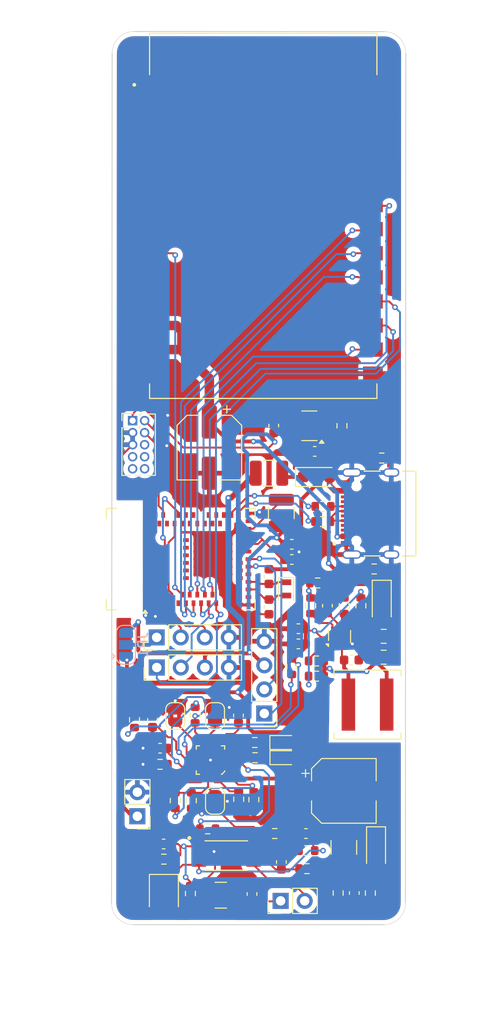
<source format=kicad_pcb>
(kicad_pcb (version 20240108) (generator "pcbnew") (generator_version "8.0")
  (layers (0 "F.Cu" signal) (31 "B.Cu" signal) (34 "B.Paste" user) (35 "F.Paste" user) (36 "B.SilkS" user "B.Silkscreen") (37 "F.SilkS" user "F.Silkscreen") (38 "B.Mask" user) (39 "F.Mask" user) (44 "Edge.Cuts" user))
  (net 0 "")
  (net 1 "GND")
  (net 2 "VBAT")
  (net 3 "3V3")
  (net 4 "5V_USB")
  (net 5 "Ictrl+")
  (net 6 "Ictrl-")
  (net 7 "VIN_sns")
  (net 8 "5V_OUTPUT")
  (net 9 "Vrs+")
  (net 10 "Net-(U4-P0.01)")
  (net 11 "Net-(U4-P0.00)")
  (net 12 "Vctrl")
  (net 13 "Vrs-")
  (net 14 "Net-(U5-TPRG)")
  (net 15 "Net-(U5-VREF)")
  (net 16 "Net-(U6-BST)")
  (net 17 "Net-(U6-SW)")
  (net 18 "Net-(D3-A)")
  (net 19 "Net-(U6-SS)")
  (net 20 "Net-(D1-A)")
  (net 21 "Net-(D1-K)")
  (net 23 "DP")
  (net 24 "Net-(J1-CC1)")
  (net 25 "Net-(J1-CC2)")
  (net 26 "DN")
  (net 28 "nRESET")
  (net 29 "SWCLK{slash}TCK")
  (net 30 "NC")
  (net 31 "SWO{slash}TDO")
  (net 32 "SWDIO{slash}TMS")
  (net 33 "TDI")
  (net 35 "GPS_TX")
  (net 36 "Net-(J3-Pin_1)")
  (net 37 "GPS_RX")
  (net 38 "OLED_SDA")
  (net 39 "OLED_SCL")
  (net 40 "PV+")
  (net 41 "PV-")
  (net 42 "Net-(JP2-B)")
  (net 43 "Net-(JP3-B)")
  (net 44 "Net-(JP4-A)")
  (net 45 "Net-(JP4-B)")
  (net 46 "Net-(U4-DCCH)")
  (net 47 "Net-(U2-LX)")
  (net 48 "Net-(U1-EN)")
  (net 49 "Net-(U2-XSHUT)")
  (net 50 "Net-(U4-D-)")
  (net 51 "Net-(U4-D+)")
  (net 52 "Net-(U5-IEND)")
  (net 53 "NTC")
  (net 54 "Net-(U5-IPRG)")
  (net 55 "Net-(U5-IPRE)")
  (net 56 "Net-(R22-Pad1)")
  (net 57 "Net-(U6-EN)")
  (net 58 "Net-(U6-FB)")
  (net 59 "Net-(U6-PG)")
  (net 62 "LORA_MOSI")
  (net 63 "LORA_DIO1")
  (net 64 "LORA_SCK")
  (net 65 "LORA_DIO2")
  (net 66 "SX126X_TXEN")
  (net 67 "LORA_RESET")
  (net 68 "LORA_CS")
  (net 69 "LORA_MISO")
  (net 70 "SX126X_RXEN")
  (net 80 "DEBUG_RX")
  (net 84 "VBUS")
  (net 100 "DEBUG_TX")
  (net 106 "Net-(D4-K)")
  (net 107 "Net-(U5-ST1)")
  (net 108 "Net-(U5-ST2)")
  (net 109 "Net-(D5-K)")
  (net 110 "Net-(BT1-+)")
  (footprint "Resistor_SMD:R_0603_1608Metric" (layer "F.Cu") (at 148.7 159.675 90)
    (property "Reference" "R11" (hide yes))
    (property "Value" "820K")
  )
  (footprint "Capacitor_SMD:C_0603_1608Metric" (layer "F.Cu") (at 130.275 154.5 180)
    (property "Reference" "C6" (hide yes))
    (property "Value" "100nF")
  )
  (footprint "Capacitor_SMD:C_0603_1608Metric" (layer "F.Cu") (at 143.8 122.9)
    (property "Reference" "C4" (hide yes))
    (property "Value" "4.7uF")
  )
  (footprint "Resistor_SMD:R_0603_1608Metric" (layer "F.Cu") (at 145.4 157.1)
    (property "Reference" "R5" (hide yes))
    (property "Value" "1K")
  )
  (footprint "Capacitor_SMD:C_0603_1608Metric" (layer "F.Cu") (at 142.705 156.4 90)
    (property "Reference" "C3" (hide yes))
    (property "Value" "1uF")
  )
  (footprint "Capacitor_SMD:C_0603_1608Metric" (layer "F.Cu") (at 129.1 141.4 90)
    (property "Reference" "C14" (hide yes))
    (property "Value" "4.7uF")
  )
  (footprint "Capacitor_SMD:C_0805_2012Metric" (layer "F.Cu") (at 153.5 134.8)
    (property "Reference" "C19" (hide yes))
    (property "Value" "22uF")
  )
  (footprint "Resistor_SMD:R_0603_1608Metric" (layer "F.Cu") (at 138.2 149.775 90)
    (property "Reference" "R16" (hide yes))
    (property "Value" "24K")
  )
  (footprint "Capacitor_SMD:C_0603_1608Metric" (layer "F.Cu") (at 139.605 159.775 90)
    (property "Reference" "C22" (hide yes))
    (property "Value" "10uF")
  )
  (footprint "Resistor_SMD:R_0603_1608Metric" (layer "F.Cu") (at 146.4 135.2 180)
    (property "Reference" "R26" (hide yes))
    (property "Value" "100K")
  )
  (footprint "Resistor_SMD:R_0603_1608Metric" (layer "F.Cu") (at 152.5 125.5)
    (property "Reference" "R2" (hide yes))
    (property "Value" "5.1K")
  )
  (footprint "Capacitor_SMD:C_0603_1608Metric" (layer "F.Cu") (at 141.4 126.3 90)
    (property "Reference" "C9" (hide yes))
    (property "Value" "14p")
  )
  (footprint "Package_TO_SOT_SMD:SOT-583-8" (layer "F.Cu") (at 148.85 132.64 90)
    (property "Reference" "U6" (hide yes))
    (property "Value" "MP2338GTL")
  )
  (footprint "TYPE-C-31-M-12 footprint:HRO_TYPE-C-31-M-12" (layer "F.Cu") (at 154.305 119.6524 90)
    (property "Reference" "J1" (hide yes))
    (property "Value" "TYPE-C-31-M-12")
  )
  (footprint "Inductor_SMD:L_1210_3225Metric" (layer "F.Cu") (at 142.7 119.6 90)
    (property "Reference" "L1" (hide yes))
    (property "Value" "10uH")
  )
  (footprint "Resistor_SMD:R_0603_1608Metric" (layer "F.Cu") (at 142 153.4 180)
    (property "Reference" "R20" (hide yes))
    (property "Value" "DNM")
  )
  (footprint "Inductor_SMD:L_Coilcraft_XAL6060-XXX" (layer "F.Cu") (at 151.8 139.8)
    (property "Reference" "L3" (hide yes))
    (property "Value" "MDA4020-1R0M  6.8uH/8.5A/16mR")
  )
  (footprint "Resistor_SMD:R_0603_1608Metric" (layer "F.Cu") (at 133.6 140.9 90)
    (property "Reference" "R15" (hide yes))
    (property "Value" "1K")
  )
  (footprint "Capacitor_SMD:C_0603_1608Metric" (layer "F.Cu") (at 141.4 129.5 -90)
    (property "Reference" "C10" (hide yes))
    (property "Value" "14p")
  )
  (footprint "Resistor_SMD:R_1210_3225Metric" (layer "F.Cu") (at 149.3 154.8625 -90)
    (property "Reference" "R8" (hide yes))
    (property "Value" "10mR")
  )
  (footprint "Resistor_SMD:R_0603_1608Metric" (layer "F.Cu") (at 146.533332 126.975 180)
    (property "Reference" "R27" (hide yes))
    (property "Value" "10K")
  )
  (footprint "Capacitor_SMD:C_0603_1608Metric" (layer "F.Cu") (at 147.566666 129.375 90)
    (property "Reference" "C21" (hide yes))
    (property "Value" "22nF")
  )
  (footprint "Diode_SMD:D_SOD-123F" (layer "F.Cu") (at 153.3 128.9 -90)
    (property "Reference" "D3" (hide yes))
    (property "Value" "MBR120VLSFT1G")
  )
  (footprint "Fuse:Fuse_1210_3225Metric" (layer "F.Cu") (at 141.4 115.4 180)
    (property "Reference" "F1" (hide yes))
    (property "Value" "Fuse")
  )
  (footprint "Connector_PinHeader_2.54mm:PinHeader_1x04_P2.54mm_Vertical" (layer "F.Cu") (at 129.55 135.89 90)
    (property "Reference" "J4" (hide yes))
    (property "Value" "Conn_01x04")
  )
  (footprint "Resistor_SMD:R_0603_1608Metric" (layer "F.Cu") (at 147.1 118.9 180)
    (property "Reference" "R13" (hide yes))
    (property "Value" "27R")
  )
  (footprint "Connector_PinHeader_1.27mm:PinHeader_2x05_P1.27mm_Vertical" (layer "F.Cu") (at 127 109.855)
    (property "Reference" "J2" (hide yes))
    (property "Value" "Conn_02x05_Odd_Even")
  )
  (footprint "Capacitor_SMD:C_0603_1608Metric" (layer "F.Cu") (at 144.5 131.8 180)
    (property "Reference" "C17" (hide yes))
    (property "Value" "10uF")
  )
  (footprint "Resistor_SMD:R_0603_1608Metric" (layer "F.Cu") (at 139.8 149.825 90)
    (property "Reference" "R18" (hide yes))
    (property "Value" "DNM")
  )
  (footprint "Resistor_SMD:R_0603_1608Metric" (layer "F.Cu") (at 133.2 149.925 90)
    (property "Reference" "R21" (hide yes))
    (property "Value" "DNM")
  )
  (footprint "L6924D footprint:QFN50P300X300X100-17N" (layer "F.Cu") (at 135.22 145.65 180)
    (property "Reference" "U5" (hide yes))
    (property "Value" "L6924D")
  )
  (footprint "Capacitor_SMD:C_0805_2012Metric" (layer "F.Cu") (at 153.5 132.6)
    (property "Reference" "C20" (hide yes))
    (property "Value" "22uF")
  )
  (footprint "Resistor_SMD:R_0603_1608Metric" (layer "F.Cu") (at 139.925 145.4 180)
    (property "Reference" "R29" (hide yes))
    (property "Value" "1K")
  )
  (footprint "Resistor_SMD:R_0603_1608Metric" (layer "F.Cu") (at 151.1 129.375 90)
    (property "Reference" "R23" (hide yes))
    (property "Value" "68K")
  )
  (footprint "E22-900M30S footprint:XCVR_E22-900M30S" (layer "F.Cu") (at 140.7922 88.265 180)
    (property "Reference" "U3" (hide yes))
    (property "Value" "E22-900M30S")
  )
  (footprint "Resistor_SMD:R_0603_1608Metric" (layer "F.Cu") (at 131.5 149.925 90)
    (property "Reference" "R17" (hide yes))
    (property "Value" "DNM")
  )
  (footprint "Connector_PinHeader_2.54mm:PinHeader_1x04_P2.54mm_Vertical" (layer "F.Cu") (at 129.54 132.715 90)
    (property "Reference" "J3" (hide yes))
    (property "Value" "Conn_01x04")
  )
  (footprint "STMicroelectronics SPV1040T:SOP65P640X120-8N" (layer "F.Cu") (at 136.888402 155.718402)
    (property "Reference" "U2" (hide yes))
    (property "Value" "SPV1040T")
  )
  (footprint "Resistor_SMD:R_0603_1608Metric" (layer "F.Cu") (at 143.8 135.8 90)
    (property "Reference" "R30" (hide yes))
    (property "Value" "0R")
  )
  (footprint "Resistor_SMD:R_0603_1608Metric" (layer "F.Cu") (at 153.3 113.8)
    (property "Reference" "R3" (hide yes))
    (property "Value" "5.1K")
  )
  (footprint "LED_SMD:LED_0603_1608Metric" (layer "F.Cu") (at 142.975 143.8)
    (property "Reference" "D4" (hide yes))
    (property "Value" "LED")
  )
  (footprint "Resistor_SMD:R_0603_1608Metric" (layer "F.Cu") (at 129.9 146.1)
    (property "Reference" "R14" (hide yes))
    (property "Value" "3.3K")
  )
  (footprint "Jumper:SolderJumper-2_P1.3mm_Bridged2Bar_RoundedPad1.0x1.5mm" (layer "F.Cu") (at 135.7 141 -90)
    (property "Reference" "JP2" (hide yes))
    (property "Value" "Jumper_2_Bridged")
  )
  (footprint "Resistor_SMD:R_0603_1608Metric" (layer "F.Cu") (at 145.8 129.375 -90)
    (property "Reference" "R24" (hide yes))
    (property "Value" "10K")
  )
  (footprint "Capacitor_SMD:C_0603_1608Metric" (layer "F.Cu") (at 146.225 113.1 180)
    (property "Reference" "C2" (hide yes))
    (property "Value" "1uF")
  )
  (footprint "Resistor_SMD:R_0603_1608Metric" (layer "F.Cu") (at 152.1 159.675 -90)
    (property "Reference" "R10" (hide yes))
    (property "Value" "2.2M")
  )
  (footprint "Capacitor_SMD:C_0603_1608Metric" (layer "F.Cu") (at 150.4 159.675 -90)
    (property "Reference" "C11" (hide yes))
    (property "Value" "1nF")
  )
  (footprint "Connector_PinHeader_2.54mm:PinHeader_1x04_P2.54mm_Vertical" (layer "F.Cu") (at 140.9 140.74 180)
    (property "Reference" "J6" (hide yes))
    (property "Value" "Conn_01x04")
  )
  (footprint "Resistor_SMD:R_0603_1608Metric" (layer "F.Cu") (at 149.333332 129.375 -90)
    (property "Reference" "R25" (hide yes))
    (property "Value" "18K")
  )
  (footprint "Diode_SMD:D_SOD-123F" (layer "F.Cu") (at 146.4 115.8)
    (property "Reference" "D1" (hide yes))
    (property "Value" "MBR120VLSFT1G")
  )
  (footprint "Resistor_SMD:R_0603_1608Metric" (layer "F.Cu") (at 145.4 155.2)
    (property "Reference" "R4" (hide yes))
    (property "Value" "1K")
  )
  (footprint "Crystal:Crystal_SMD_2012-2Pin_2.0x1.2mm" (layer "F.Cu") (at 143.2 127.6 -90)
    (property "Reference" "Y1" (hide yes))
    (property "Value" "Crystal")
  )
  (footprint "Capacitor_SMD:C_0603_1608Metric" (layer "F.Cu") (at 129.9 144.4 180)
    (property "Reference" "C15" (hide yes))
    (property "Value" "1nF")
  )
  (footprint "Resistor_SMD:R_0603_1608Metric" (layer "F.Cu") (at 127.2 141.4 -90)
    (property "Reference" "R19" (hide yes))
    (property "Value" "470R")
  )
  (footprint "Capacitor_SMD:C_0603_1608Metric" (layer "F.Cu") (at 141.9 110.375 90)
    (property "Reference" "C1" (hide yes))
    (property "Value" "1uF")
  )
  (footprint "Resistor_SMD:R_0603_1608Metric" (layer "F.Cu") (at 149.1 110.4 90)
    (property "Reference" "R1" (hide yes))
    (property "Value" "10K")
  )
  (footprint "Fuse:Fuse_1210_3225Metric" (layer "F.Cu") (at 136.305 159.9 180)
    (property "Reference" "L2" (hide yes))
    (property "Value" "10uH")
  )
  (footprint "Jumper:SolderJumper-2_P1.3mm_Bridged2Bar_RoundedPad1.0x1.5mm" (layer "F.Cu") (at 131.5 141 -90)
    (property "Reference" "JP3" (hide yes))
    (property "Value" "Jumper_2_Bridged")
  )
  (footprint "Resistor_SMD:R_0603_1608Metric" (layer "F.Cu") (at 147.075 120.5 180)
    (property "Reference" "R12" (hide yes))
    (property "Value" "27R")
  )
  (footprint "Connector_PinHeader_2.54mm:PinHeader_1x02_P2.54mm_Vertical" (layer "F.Cu") (at 142.625 160.5 90)
    (property "Reference" "J5" (hide yes))
    (property "Value" "Conn_01x02")
  )
  (footprint "Resistor_SMD:R_0603_1608Metric" (layer "F.Cu") (at 134.925 152.9 180)
    (property "Reference" "R9" (hide yes))
    (property "Value" "0R")
  )
  (footprint "Capacitor_SMD:C_0603_1608Metric" (layer "F.Cu") (at 138.176 140.94 90)
    (property "Reference" "C13" (hide yes))
    (property "Value" "10nF")
  )
  (footprint "Resistor_SMD:R_0603_1608Metric" (layer "F.Cu") (at 146.4 136.8)
    (property "Reference" "R22" (hide yes))
    (property "Value" "90.9K")
  )
  (footprint "Diode_SMD:D_SMP_DO-220AA" (layer "F.Cu") (at 130.3 160.0015 -90)
    (property "Reference" "D2" (hide yes))
    (property "Value" "SMM4F5.0A")
  )
  (footprint "Resistor_SMD:R_0603_1608Metric" (layer "F.Cu") (at 133.105 159.725 90)
    (property "Reference" "R6" (hide yes))
    (property "Value" "1K")
  )
  (footprint "Capacitor_SMD:C_0603_1608Metric" (layer "F.Cu") (at 144.5 133.4 180)
    (property "Reference" "C18" (hide yes))
    (property "Value" "0.1uF")
  )
  (footprint "Package_TO_SOT_SMD:SOT-23-5" (layer "F.Cu") (at 145.6625 110.4 180)
    (property "Reference" "U1" (hide yes))
    (property "Value" "AP2112K-3.3")
  )
  (footprint "Capacitor_SMD:C_0603_1608Metric" (layer "F.Cu") (at 145.3 153.4 180)
    (property "Reference" "C8" (hide yes))
    (property "Value" "10uF")
  )
  (footprint "RF_Module:Raytac_MDBT50Q" (layer "F.Cu") (at 132.08 124.46 90)
    (property "Reference" "U4" (hide yes))
    (property "Value" "MDBT50Q-P1MV2")
  )
  (footprint "Capacitor_SMD:CP_Elec_6.3x7.7" (layer "F.Cu") (at 135.1 112.7 -90)
    (property "Reference" "C7" (hide yes))
    (property "Value" "100uF")
  )
  (footprint "Capacitor_SMD:C_0603_1608Metric" (layer "F.Cu") (at 143.8 124.5)
    (property "Reference" "C5" (hide yes))
    (property "Value" "4.7uF")
  )
  (footprint "LED_SMD:LED_0603_1608Metric" (layer "F.Cu") (at 142.9875 145.4)
    (property "Reference" "D5" (hide yes))
    (property "Value" "LED")
  )
  (footprint "Connector_PinHeader_2.54mm:PinHeader_1x02_P2.54mm_Vertical" (layer "F.Cu") (at 127.5 151.575 180)
    (property "Reference" "BT1" (hide yes))
    (property "Value" "Battery_Cell")
  )
  (footprint "Capacitor_SMD:CP_Elec_6.3x7.7" (layer "F.Cu") (at 149.3 148.9)
    (property "Reference" "C12" (hide yes))
    (property "Value" "47uF")
  )
  (footprint "Diode_SMD:D_SOD-123F" (layer "F.Cu") (at 152.7 154.9 -90)
    (property "Reference" "D6" (hide yes))
    (property "Value" "MBR120VLSFT1G")
  )
  (footprint "Capacitor_SMD:C_0603_1608Metric" (layer "F.Cu") (at 150.1 135.1 180)
    (property "Reference" "C16" (hide yes))
    (property "Value" "0.1uF")
  )
  (footprint "Resistor_SMD:R_0603_1608Metric" (layer "F.Cu") (at 139.9 143.8 180)
    (property "Reference" "R28" (hide yes))
    (property "Value" "1K")
  )
  (footprint "Jumper:SolderJumper-2_P1.3mm_Open_RoundedPad1.0x1.5mm" (layer "F.Cu") (at 135.7 149.95 90)
    (property "Reference" "JP4" (hide yes))
    (property "Value" "Jumper_2_Open")
  )
  (footprint "Resistor_SMD:R_0603_1608Metric" (layer "F.Cu") (at 130.3 156.1 180)
    (property "Reference" "R7" (hide yes))
    (property "Value" "DNM")
  )
  (footprint "Jumper:SolderJumper-3_P1.3mm_Open_RoundedPad1.0x1.5mm" (layer "B.Cu") (at 126.3 133.5 90)
    (property "Reference" "JP1")
    (property "Value" "SolderJumper_3_Bridged12")
  )
  (gr_line (start 127.119261 68.822085) (end 153.543 68.834) (stroke (width 0.1)) (layer "Edge.Cuts"))
  (gr_arc (start 127.074477 163.005715) (mid 125.453685 162.342494) (end 124.776562 160.727454) (stroke (width 0.05)) (layer "Edge.Cuts"))
  (gr_line (start 153.521237 163.015575) (end 127.074477 163.005715) (stroke (width 0.1)) (layer "Edge.Cuts"))
  (gr_arc (start 124.841 71.12) (mid 125.504217 69.499199) (end 127.119261 68.822085) (stroke (width 0.05)) (layer "Edge.Cuts"))
  (gr_arc (start 153.543 68.834) (mid 155.163801 69.497217) (end 155.840915 71.112261) (stroke (width 0.05)) (layer "Edge.Cuts"))
  (gr_line (start 124.841 71.12) (end 124.776562 160.727454) (stroke (width 0.1)) (layer "Edge.Cuts"))
  (gr_arc (start 155.799498 160.71766) (mid 155.136299 162.338504) (end 153.521237 163.015575) (stroke (width 0.05)) (layer "Edge.Cuts"))
  (gr_line (start 155.799498 160.71766) (end 155.840915 71.112261) (stroke (width 0.1)) (layer "Edge.Cuts"))
  (segment (start 125.8 117.6) (end 125.8 113.595) (width 0.2) (layer "F.Cu") (net 1))
  (segment (start 140.575 130.275) (end 141.4 130.275) (width 0.2) (layer "F.Cu") (net 1))
  (segment (start 141.4 125.525) (end 143.775 125.525) (width 0.4) (layer "F.Cu") (net 1))
  (segment (start 129.125 146.05) (end 129.075 146.1) (width 0.2) (layer "F.Cu") (net 1))
  (segment (start 129.075 146.1) (end 128.1 146.1) (width 0.2) (layer "F.Cu") (net 1))
  (segment (start 128.33 129.11) (end 128.33 130.35) (width 0.2) (layer "F.Cu") (net 1))
  (segment (start 139.56 129.26) (end 140.575 130.275) (width 0.2) (layer "F.Cu") (net 1))
  (segment (start 125.8 113.595) (end 127 112.395) (width 0.2) (layer "F.Cu") (net 1))
  (segment (start 149.555 123.3974) (end 150.135 123.9774) (width 0.4) (layer "F.Cu") (net 1))
  (segment (start 139.23 119.66) (end 140.24 119.66) (width 0.2) (layer "F.Cu") (net 1))
  (segment (start 131.5 140.35) (end 131.5 139.4) (width 0.2) (layer "F.Cu") (net 1))
  (segment (start 128.33 118.368578) (end 128.061422 118.1) (width 0.2) (layer "F.Cu") (net 1))
  (segment (start 135.506598 155.393402) (end 135.6 155.3) (width 0.2) (layer "F.Cu") (net 1))
  (segment (start 144.575 124.5) (end 144.575 123.7) (width 0.4) (layer "F.Cu") (net 1))
  (segment (start 143.775 125.525) (end 144.575 124.725) (width 0.4) (layer "F.Cu") (net 1))
  (segment (start 150.18 133.38) (end 150.2 133.4) (width 0.2) (layer "F.Cu") (net 1))
  (segment (start 129.43 129.11) (end 129.43 130.47) (width 0.2) (layer "F.Cu") (net 1))
  (segment (start 134.008402 155.393402) (end 135.506598 155.393402) (width 0.2) (layer "F.Cu") (net 1))
  (segment (start 150.135 115.8724) (end 149.555 116.4524) (width 0.4) (layer "F.Cu") (net 1))
  (segment (start 128.33 119.81) (end 128.33 118.368578) (width 0.2) (layer "F.Cu") (net 1))
  (segment (start 150.135 115.3274) (end 150.135 115.8724) (width 0.4) (layer "F.Cu") (net 1))
  (segment (start 137.265 140.165) (end 137.2 140.1) (width 0.2) (layer "F.Cu") (net 1))
  (segment (start 139.23 129.26) (end 139.56 129.26) (width 0.2) (layer "F.Cu") (net 1))
  (segment (start 140.24 119.66) (end 140.4 119.5) (width 0.2) (layer "F.Cu") (net 1))
  (segment (start 128.33 130.35) (end 128.38 130.4) (width 0.2) (layer "F.Cu") (net 1))
  (segment (start 135.47 144.17) (end 135.47 145.4) (width 0.2) (layer "F.Cu") (net 1))
  (segment (start 135.47 145.4) (end 135.22 145.65) (width 0.2) (layer "F.Cu") (net 1))
  (segment (start 144.575 124.725) (end 144.575 124.5) (width 0.4) (layer "F.Cu") (net 1))
  (segment (start 129.125 144.4) (end 128.1 144.4) (width 0.2) (layer "F.Cu") (net 1))
  (segment (start 149.555 122.8524) (end 149.555 123.3974) (width 0.4) (layer "F.Cu") (net 1))
  (segment (start 128.061422 118.1) (end 126.3 118.1) (width 0.2) (layer "F.Cu") (net 1))
  (segment (start 126.3 118.1) (end 125.8 117.6) (width 0.2) (layer "F.Cu") (net 1))
  (segment (start 149.6 133.38) (end 150.18 133.38) (width 0.2) (layer "F.Cu") (net 1))
  (segment (start 138.176 140.165) (end 137.265 140.165) (width 0.2) (layer "F.Cu") (net 1))
  (segment (start 129.43 130.47) (end 129.4 130.5) (width 0.2) (layer "F.Cu") (net 1))
  (segment (start 144.575 123.7) (end 144.575 122.9) (width 0.4) (layer "F.Cu") (net 1))
  (segment (start 129.125 144.4) (end 129.125 146.05) (width 0.2) (layer "F.Cu") (net 1))
  (via (at 128.1 144.4) (size 0.6) (drill 0.3) (layers "F.Cu" "B.Cu") (net 1))
  (via (at 130.6 112.5) (size 0.6) (drill 0.3) (layers "F.Cu" "B.Cu") (net 1))
  (via (at 144.575 123.7) (size 0.6) (drill 0.3) (layers "F.Cu" "B.Cu") (net 1))
  (via (at 128.38 130.4) (size 0.6) (drill 0.3) (layers "F.Cu" "B.Cu") (net 1))
  (via (at 135.22 145.65) (size 0.6) (drill 0.3) (layers "F.Cu" "B.Cu") (net 1))
  (via (at 128.1 146.1) (size 0.6) (drill 0.3) (layers "F.Cu" "B.Cu") (net 1))
  (via (at 137 150) (size 0.6) (drill 0.3) (layers "F.Cu" "B.Cu") (net 1))
  (via (at 131.5 139.4) (size 0.6) (drill 0.3) (layers "F.Cu" "B.Cu") (net 1))
  (via (at 134.3 151.3) (size 0.6) (drill 0.3) (layers "F.Cu" "B.Cu") (net 1))
  (via (at 137.2 140.1) (size 0.6) (drill 0.3) (layers "F.Cu" "B.Cu") (net 1))
  (via (at 135.6 155.3) (size 0.6) (drill 0.3) (layers "F.Cu" "B.Cu") (net 1))
  (via (at 150.2 133.4) (size 0.6) (drill 0.3) (layers "F.Cu" "B.Cu") (net 1))
  (via (at 130.7 109.3) (size 0.6) (drill 0.3) (layers "F.Cu" "B.Cu") (net 1))
  (via (at 140.4 119.5) (size 0.6) (drill 0.3) (layers "F.Cu" "B.Cu") (net 1))
  (via (at 129.4 130.5) (size 0.6) (drill 0.3) (layers "F.Cu" "B.Cu") (net 1))
  (segment (start 145.275 131.8) (end 145.275 133.4) (width 0.4) (layer "F.Cu") (net 2))
  (segment (start 132.7 145.067678) (end 132.7 144.2) (width 0.2) (layer "F.Cu") (net 2))
  (segment (start 146.9 132.7) (end 146.2 132) (width 0.2) (layer "F.Cu") (net 2))
  (segment (start 148.6 133.38) (end 148.6 132.9) (width 0.2) (layer "F.Cu") (net 2))
  (segment (start 147 113.1) (end 147 111.55) (width 0.2) (layer "F.Cu") (net 2))
  (segment (start 145.475 132) (end 145.275 131.8) (width 0.2) (layer "F.Cu") (net 2))
  (segment (start 147 111.55) (end 146.8 111.35) (width 0.2) (layer "F.Cu") (net 2))
  (segment (start 144.7 130.7) (end 144.7 126.2) (width 0.4) (layer "F.Cu") (net 2))
  (segment (start 145.8 122.2) (end 144.8 121.2) (width 0.4) (layer "F.Cu") (net 2))
  (segment (start 145.275 131.275) (end 144.7 130.7) (width 0.4) (layer "F.Cu") (net 2))
  (segment (start 133.74 145.4) (end 133.032322 145.4) (width 0.2) (layer "F.Cu") (net 2))
  (segment (start 133.032322 145.4) (end 132.7 145.067678) (width 0.2) (layer "F.Cu") (net 2))
  (segment (start 132.7 144.2) (end 132.5 144) (width 0.2) (layer "F.Cu") (net 2))
  (segment (start 143.8 134.975) (end 144.025 134.975) (width 0.4) (layer "F.Cu") (net 2))
  (segment (start 146.5 116.5) (end 146.5 115) (width 0.4) (layer "F.Cu") (net 2))
  (segment (start 144.025 134.975) (end 145.275 133.725) (width 0.4) (layer "F.Cu") (net 2))
  (segment (start 144.8 121.2) (end 144.8 118.2) (width 0.4) (layer "F.Cu") (net 2))
  (segment (start 146.2 132) (end 145.475 132) (width 0.2) (layer "F.Cu") (net 2))
  (segment (start 147 114.5) (end 147 113.1) (width 0.4) (layer "F.Cu") (net 2))
  (segment (start 145.275 133.725) (end 145.275 133.4) (width 0.4) (layer "F.Cu") (net 2))
  (segment (start 144.5 135.6) (end 144.425 135.6) (width 0.2) (layer "F.Cu") (net 2))
  (segment (start 148.975 111.35) (end 149.1 111.225) (width 0.2) (layer "F.Cu") (net 2))
  (segment (start 145.8 125.1) (end 145.8 122.2) (width 0.4) (layer "F.Cu") (net 2))
  (segment (start 146.5 115) (end 147 114.5) (width 0.4) (layer "F.Cu") (net 2))
  (segment (start 144.8 118.2) (end 146.5 116.5) (width 0.4) (layer "F.Cu") (net 2))
  (segment (start 144.425 135.6) (end 143.8 134.975) (width 0.2) (layer "F.Cu") (net 2))
  (segment (start 146.8 111.35) (end 148.975 111.35) (width 0.2) (layer "F.Cu") (net 2))
  (segment (start 145.275 131.8) (end 145.275 131.275) (width 0.4) (layer "F.Cu") (net 2))
  (segment (start 144.7 126.2) (end 145.8 125.1) (width 0.4) (layer "F.Cu") (net 2))
  (segment (start 151.1 128.55) (end 151.1 127.9) (width 0.2) (layer "F.Cu") (net 2))
  (segment (start 148.4 132.7) (end 146.9 132.7) (width 0.2) (layer "F.Cu") (net 2))
  (segment (start 148.6 132.9) (end 148.4 132.7) (width 0.2) (layer "F.Cu") (net 2))
  (via (at 144.5 135.6) (size 0.6) (drill 0.3) (layers "F.Cu" "B.Cu") (net 2))
  (via (at 151.1 127.9) (size 0.6) (drill 0.3) (layers "F.Cu" "B.Cu") (net 2))
  (via (at 132.5 144) (size 0.6) (drill 0.3) (layers "F.Cu" "B.Cu") (net 2))
  (via (at 146.2 132) (size 0.6) (drill 0.3) (layers "F.Cu" "B.Cu") (net 2))
  (segment (start 146.3 132.1) (end 146.2 132) (width 0.2) (layer "B.Cu") (net 2))
  (segment (start 132.5 143.2) (end 133.4 142.3) (width 0.2) (layer "B.Cu") (net 2))
  (segment (start 133.4 142.3) (end 142.1 142.3) (width 0.2) (layer "B.Cu") (net 2))
  (segment (start 146.9 132.1) (end 146.3 132.1) (width 0.2) (layer "B.Cu") (net 2))
  (segment (start 132.5 144) (end 132.5 143.2) (width 0.2) (layer "B.Cu") (net 2))
  (segment (start 142.1 142.3) (end 144.5 139.9) (width 0.2) (layer "B.Cu") (net 2))
  (segment (start 151.1 127.9) (end 146.9 132.1) (width 0.2) (layer "B.Cu") (net 2))
  (segment (start 144.5 139.9) (end 144.5 135.6) (width 0.2) (layer "B.Cu") (net 2))
  (segment (start 127.6 131.1) (end 127.6 134.1) (width 0.4) (layer "F.Cu") (net 3))
  (segment (start 138.7 134.4) (end 139.64 134.4) (width 0.4) (layer "F.Cu") (net 3))
  (segment (start 142 112.1) (end 141.4 112.7) (width 0.2) (layer "F.Cu") (net 3))
  (segment (start 134.9 134.4) (end 138.7 134.4) (width 0.4) (layer "F.Cu") (net 3))
  (segment (start 127.9 134.4) (end 134.9 134.4) (width 0.4) (layer "F.Cu") (net 3))
  (segment (start 132.355 112.7) (end 128.255 108.6) (width 0.2) (layer "F.Cu") (net 3))
  (segment (start 127 109.155) (end 127 109.855) (width 0.2) (layer "F.Cu") (net 3))
  (segment (start 140.7 122.4) (end 140.36 122.06) (width 0.2) (layer "F.Cu") (net 3))
  (segment (start 134.63 134.67) (end 134.63 135.89) (width 0.4) (layer "F.Cu") (net 3))
  (segment (start 127.555 108.6) (end 127 109.155) (width 0.2) (layer "F.Cu") (net 3))
  (segment (start 140.36 122.06) (end 139.23 122.06) (width 0.2) (layer "F.Cu") (net 3))
  (segment (start 140.7 122.4) (end 140.24 122.86) (width 0.2) (layer "F.Cu") (net 3))
  (segment (start 139.64 134.4) (end 139.472339 134.4) (width 0.4) (layer "F.Cu") (net 3))
  (segment (start 139.472339 134.4) (end 139.36 134.287661) (width 0.4) (layer "F.Cu") (net 3))
  (segment (start 142.1 111.35) (end 141.9 111.15) (width 0.2) (layer "F.Cu") (net 3))
  (segment (start 142.7 121.7) (end 142.2 122.2) (width 0.4) (layer "F.Cu") (net 3))
  (segment (start 141.4 112.7) (end 132.355 112.7) (width 0.2) (layer "F.Cu") (net 3))
  (segment (start 127.6 134.1) (end 127.9 134.4) (width 0.4) (layer "F.Cu") (net 3))
  (segment (start 128.255 108.6) (end 127.555 108.6) (width 0.2) (layer "F.Cu") (net 3))
  (segment (start 142.325 122.2) (end 143.025 122.9) (width 0.4) (layer "F.Cu") (net 3))
  (segment (start 142.7 121) (end 142.7 121.7) (width 0.4) (layer "F.Cu") (net 3))
  (segment (start 143.025 122.9) (end 143.025 124.5) (width 0.4) (layer "F.Cu") (net 3))
  (segment (start 138.7 134.4) (end 139.247661 134.4) (width 0.4) (layer "F.Cu") (net 3))
  (segment (start 141.9 112) (end 142 112.1) (width 0.2) (layer "F.Cu") (net 3))
  (segment (start 140.24 122.86) (end 139.23 122.86) (width 0.2) (layer "F.Cu") (net 3))
  (segment (start 141.9 111.15) (end 141.9 112) (width 0.2) (layer "F.Cu") (net 3))
  (segment (start 142.8 124.5) (end 140.7 122.4) (width 0.2) (layer "F.Cu") (net 3))
  (segment (start 134.9 134.4) (end 134.63 134.67) (width 0.4) (layer "F.Cu") (net 3))
  (segment (start 143.025 124.5) (end 142.8 124.5) (width 0.2) (layer "F.Cu") (net 3))
  (segment (start 142.2 122.2) (end 142.325 122.2) (width 0.4) (layer "F.Cu") (net 3))
  (segment (start 144.525 111.35) (end 142.1 111.35) (width 0.2) (layer "F.Cu") (net 3))
  (segment (start 139.247661 134.4) (end 139.36 134.287661) (width 0.4) (layer "F.Cu") (net 3))
  (segment (start 143.025 121.325) (end 142.7 121) (width 0.4) (layer "F.Cu") (net 3))
  (segment (start 139.64 134.4) (end 140.9 135.66) (width 0.4) (layer "F.Cu") (net 3))
  (via (at 142.2 122.2) (size 0.6) (drill 0.3) (layers "F.Cu" "B.Cu") (net 3))
  (via (at 139.36 134.287661) (size 0.6) (drill 0.3) (layers "F.Cu" "B.Cu") (net 3))
  (via (at 142 112.1) (size 0.6) (drill 0.3) (layers "F.Cu" "B.Cu") (net 3))
  (via (at 127.6 131.1) (size 0.6) (drill 0.3) (layers "F.Cu" "B.Cu") (net 3))
  (segment (start 138.6 111.8) (end 139.1 111.3) (width 0.4) (layer "B.Cu") (net 3))
  (segment (start 138.6 112.8) (end 138.6 111.8) (width 0.4) (layer "B.Cu") (net 3))
  (segment (start 139.1 111.3) (end 141.2 111.3) (width 0.4) (layer "B.Cu") (net 3))
  (segment (start 142.2 122.2) (end 141.539339 122.2) (width 0.4) (layer "B.Cu") (net 3))
  (segment (start 139.25 134.177661) (end 139.36 134.287661) (width 0.4) (layer "B.Cu") (net 3))
  (segment (start 126.5 132.2) (end 127.6 131.1) (width 0.4) (layer "B.Cu") (net 3))
  (segment (start 139.1 113.3) (end 138.6 112.8) (width 0.4) (layer "B.Cu") (net 3))
  (segment (start 140 120.9) (end 139.1 120) (width 0.4) (layer "B.Cu") (net 3))
  (segment (start 142.2 121.9) (end 141.2 120.9) (width 0.4) (layer "B.Cu") (net 3))
  (segment (start 139.1 120) (end 139.1 113.3) (width 0.4) (layer "B.Cu") (net 3))
  (segment (start 141.2 111.3) (end 142 112.1) (width 0.4) (layer "B.Cu") (net 3))
  (segment (start 142.2 122.2) (end 142.2 121.9) (width 0.4) (layer "B.Cu") (net 3))
  (segment (start 126.3 132.2) (end 126.5 132.2) (width 0.4) (layer "B.Cu") (net 3))
  (segment (start 139.25 124.489339) (end 139.25 134.177661) (width 0.4) (layer "B.Cu") (net 3))
  (segment (start 141.539339 122.2) (end 139.25 124.489339) (width 0.4) (layer "B.Cu") (net 3))
  (segment (start 141.2 120.9) (end 140 120.9) (width 0.4) (layer "B.Cu") (net 3))
  (segment (start 140 115.4) (end 137.4 118) (width 0.6) (layer "F.Cu") (net 4))
  (segment (start 146.6 150.85) (end 146.6 148.9) (width 0.4) (layer "F.Cu") (net 4))
  (segment (start 152.7 153.5) (end 150.8 151.6) (width 0.4) (layer "F.Cu") (net 4))
  (segment (start 127.2 138.5) (end 126.4 137.7) (width 0.4) (layer "F.Cu") (net 4))
  (segment (start 143.7625 145.3875) (end 143.775 145.4) (width 0.4) (layer "F.Cu") (net 4))
  (segment (start 137.4 118) (end 137.1 118) (width 0.6) (layer "F.Cu") (net 4))
  (segment (start 143.775 146.075) (end 143.775 145.4) (width 0.4) (layer "F.Cu") (net 4))
  (segment (start 138.1 138.5) (end 127.2 138.5) (width 0.4) (layer "F.Cu") (net 4))
  (segment (start 139.7 142.7) (end 139.2 142.2) (width 0.4) (layer "F.Cu") (net 4))
  (segment (start 139.2 139.6) (end 138.1 138.5) (width 0.4) (layer "F.Cu") (net 4))
  (segment (start 137.4 146.4) (end 136.7 146.4) (width 0.2) (layer "F.Cu") (net 4))
  (segment (start 139.2 142.2) (end 139.2 139.6) (width 0.4) (layer "F.Cu") (net 4))
  (segment (start 143.7625 143.5625) (end 142.9 142.7) (width 0.4) (layer "F.Cu") (net 4))
  (segment (start 126.4 137.7) (end 126.4 135.1) (width 0.4) (layer "F.Cu") (net 4))
  (segment (start 142.9 142.7) (end 139.7 142.7) (width 0.4) (layer "F.Cu") (net 4))
  (segment (start 138.6 147.6) (end 145.3 147.6) (width 0.4) (layer "F.Cu") (net 4))
  (segment (start 143.7625 143.8) (end 143.7625 143.5625) (width 0.4) (layer "F.Cu") (net 4))
  (segment (start 146.6 148.9) (end 143.775 146.075) (width 0.4) (layer "F.Cu") (net 4))
  (segment (start 137.4 146.4) (end 138.6 147.6) (width 0.4) (layer "F.Cu") (net 4))
  (segment (start 150.8 151.6) (end 147.35 151.6) (width 0.4) (layer "F.Cu") (net 4))
  (segment (start 147.35 151.6) (end 146.6 150.85) (width 0.4) (layer "F.Cu") (net 4))
  (segment (start 145.3 147.6) (end 146.6 148.9) (width 0.4) (layer "F.Cu") (net 4))
  (segment (start 143.7625 143.8) (end 143.7625 145.3875) (width 0.4) (layer "F.Cu") (net 4))
  (via (at 138.1 138.5) (size 0.6) (drill 0.3) (layers "F.Cu" "B.Cu") (net 4))
  (via (at 137.1 118) (size 0.6) (drill 0.3) (layers "F.Cu" "B.Cu") (net 4))
  (via (at 126.4 135.1) (size 0.6) (drill 0.3) (layers "F.Cu" "B.Cu") (net 4))
  (segment (start 126.4 135.1) (end 126.4 134.9) (width 0.4) (layer "B.Cu") (net 4))
  (segment (start 138.51 130.91) (end 138.51 135.320811) (width 0.6) (layer "B.Cu") (net 4))
  (segment (start 138.6 135.410811) (end 138.6 138) (width 0.6) (layer "B.Cu") (net 4))
  (segment (start 137.1 118) (end 137.1 129.5) (width 0.6) (layer "B.Cu") (net 4))
  (segment (start 137.1 129.5) (end 138.51 130.91) (width 0.6) (layer "B.Cu") (net 4))
  (segment (start 126.4 134.9) (end 126.3 134.8) (width 0.4) (layer "B.Cu") (net 4))
  (segment (start 138.6 138) (end 138.1 138.5) (width 0.6) (layer "B.Cu") (net 4))
  (segment (start 138.51 135.320811) (end 138.6 135.410811) (width 0.6) (layer "B.Cu") (net 4))
  (segment (start 143.3 155.2) (end 144.575 155.2) (width 0.2) (layer "F.Cu") (net 5))
  (segment (start 139.768402 155.393402) (end 141.4 155.393402) (width 0.2) (layer "F.Cu") (net 5))
  (segment (start 142.705 155.625) (end 142.875 155.625) (width 0.2) (layer "F.Cu") (net 5))
  (segment (start 142.875 155.625) (end 143.3 155.2) (width 0.2) (layer "F.Cu") (net 5))
  (segment (start 142.705 155.625) (end 141.631598 155.625) (width 0.2) (layer "F.Cu") (net 5))
  (segment (start 141.631598 155.625) (end 141.4 155.393402) (width 0.2) (layer "F.Cu") (net 5))
  (segment (start 142.705 157.175) (end 144.5 157.175) (width 0.2) (layer "F.Cu") (net 6))
  (segment (start 140.943402 156.043402) (end 142.075 157.175) (width 0.2) (layer "F.Cu") (net 6))
  (segment (start 139.768402 156.043402) (end 140.943402 156.043402) (width 0.2) (layer "F.Cu") (net 6))
  (segment (start 142.075 157.175) (end 142.705 157.175) (width 0.2) (layer "F.Cu") (net 6))
  (segment (start 144.5 157.175) (end 144.575 157.1) (width 0.2) (layer "F.Cu") (net 6))
  (segment (start 138.4 145.9) (end 139.2 146.7) (width 0.2) (layer "F.Cu") (net 7))
  (segment (start 133.105 158.9) (end 133.105 158.505) (width 0.2) (layer "F.Cu") (net 7))
  (segment (start 133.105 158.505) (end 132.6 158) (width 0.2) (layer "F.Cu") (net 7))
  (segment (start 132.043402 154.743402) (end 131.8 154.5) (width 0.2) (layer "F.Cu") (net 7))
  (segment (start 134.1 152.9) (end 134.1 154.651804) (width 0.2) (layer "F.Cu") (net 7))
  (segment (start 134.008402 154.743402) (end 132.4 154.743402) (width 0.2) (layer "F.Cu") (net 7))
  (segment (start 136.7 145.9) (end 138.4 145.9) (width 0.2) (layer "F.Cu") (net 7))
  (segment (start 131.6 156.1) (end 131.125 156.1) (width 0.2) (layer "F.Cu") (net 7))
  (segment (start 134.1 152.9) (end 134.1 152.2) (width 0.2) (layer "F.Cu") (net 7))
  (segment (start 132.043402 155.656598) (end 131.6 156.1) (width 0.2) (layer "F.Cu") (net 7))
  (segment (start 131.8 154.5) (end 131.05 154.5) (width 0.2) (layer "F.Cu") (net 7))
  (segment (start 134.1 154.651804) (end 134.008402 154.743402) (width 0.2) (layer "F.Cu") (net 7))
  (segment (start 134.1 152.2) (end 134.2 152.1) (width 0.2) (layer "F.Cu") (net 7))
  (segment (start 132.043402 154.743402) (end 132.043402 155.656598) (width 0.2) (layer "F.Cu") (net 7))
  (segment (start 132.4 154.743402) (end 132.043402 154.743402) (width 0.2) (layer "F.Cu") (net 7))
  (via (at 134.2 152.1) (size 0.6) (drill 0.3) (layers "F.Cu" "B.Cu") (net 7))
  (via (at 132.4 154.743402) (size 0.6) (drill 0.3) (layers "F.Cu" "B.Cu") (net 7))
  (via (at 132.6 158) (size 0.6) (drill 0.3) (layers "F.Cu" "B.Cu") (net 7))
  (via (at 139.2 146.7) (size 0.6) (drill 0.3) (layers "F.Cu" "B.Cu") (net 7))
  (segment (start 140.8 146.7) (end 141.4 147.3) (width 0.2) (layer "B.Cu") (net 7))
  (segment (start 140.3 152.1) (end 134.2 152.1) (width 0.2) (layer "B.Cu") (net 7))
  (segment (start 132.6 154.943402) (end 132.4 154.743402) (width 0.2) (layer "B.Cu") (net 7))
  (segment (start 132.6 158) (end 132.6 154.943402) (width 0.2) (layer "B.Cu") (net 7))
  (segment (start 141.4 147.3) (end 141.4 151) (width 0.2) (layer "B.Cu") (net 7))
  (segment (start 139.2 146.7) (end 140.8 146.7) (width 0.2) (layer "B.Cu") (net 7))
  (segment (start 141.4 151) (end 140.3 152.1) (width 0.2) (layer "B.Cu") (net 7))
  (segment (start 135.1 110) (end 135.1 105.4) (width 1) (layer "F.Cu") (net 8))
  (segment (start 137.15 112.05) (end 139.746149 112.05) (width 0.4) (layer "F.Cu") (net 8))
  (segment (start 129.2172 99.825) (end 131.625 99.825) (width 1) (layer "F.Cu") (net 8))
  (segment (start 153.3 127.5) (end 152.9 127.1) (width 0.4) (layer "F.Cu") (net 8))
  (segment (start 149.9 127.1) (end 147.7 124.9) (width 0.4) (layer "F.Cu") (net 8))
  (segment (start 135.1 105.4) (end 132.065 102.365) (width 1) (layer "F.Cu") (net 8))
  (segment (start 135.1 110) (end 137.15 112.05) (width 0.4) (layer "F.Cu") (net 8))
  (segment (start 132.2 102.23) (end 132.065 102.365) (width 1) (layer "F.Cu") (net 8))
  (segment (start 132.065 102.365) (end 129.2172 102.365) (width 1) (layer "F.Cu") (net 8))
  (segment (start 152.9 127.1) (end 149.9 127.1) (width 0.4) (layer "F.Cu") (net 8))
  (segment (start 132.2 100.4) (end 132.2 102.23) (width 1) (layer "F.Cu") (net 8))
  (segment (start 131.625 99.825) (end 132.2 100.4) (width 1) (layer "F.Cu") (net 8))
  (via (at 139.746149 112.05) (size 0.6) (drill 0.3) (layers "F.Cu" "B.Cu") (net 8))
  (via (at 147.7 124.9) (size 0.6) (drill 0.3) (layers "F.Cu" "B.Cu") (net 8))
  (segment (start 147.7 119.3) (end 140.45 112.05) (width 0.4) (layer "B.Cu") (net 8))
  (segment (start 140.45 112.05) (end 139.746149 112.05) (width 0.4) (layer "B.Cu") (net 8))
  (segment (start 147.7 124.9) (end 147.7 119.3) (width 0.4) (layer "B.Cu") (net 8))
  (segment (start 134.008402 156.693402) (end 134.008402 157.391598) (width 0.2) (layer "F.Cu") (net 9))
  (segment (start 130.3 158.7) (end 132.306598 156.693402) (width 0.2) (layer "F.Cu") (net 9))
  (segment (start 130.3 159.303) (end 130.3 158.7) (width 0.2) (layer "F.Cu") (net 9))
  (segment (start 134.008402 157.391598) (end 134 157.4) (width 0.2) (layer "F.Cu") (net 9))
  (segment (start 146.075 155.05) (end 146.225 155.2) (width 0.2) (layer "F.Cu") (net 9))
  (segment (start 146.225 155.2) (end 147.1 155.2) (width 0.2) (layer "F.Cu") (net 9))
  (segment (start 149.3 153.4) (end 146.075 153.4) (width 0.2) (layer "F.Cu") (net 9))
  (segment (start 146.075 153.4) (end 146.075 155.05) (width 0.2) (layer "F.Cu") (net 9))
  (segment (start 132.306598 156.693402) (end 134.008402 156.693402) (width 0.2) (layer "F.Cu") (net 9))
  (via (at 134 157.4) (size 0.6) (drill 0.3) (layers "F.Cu" "B.Cu") (net 9))
  (via (at 147.1 155.2) (size 0.6) (drill 0.3) (layers "F.Cu" "B.Cu") (net 9))
  (segment (start 145.7 155.2) (end 143.5 157.4) (width 0.2) (layer "B.Cu") (net 9))
  (segment (start 147.1 155.2) (end 145.7 155.2) (width 0.2) (layer "B.Cu") (net 9))
  (segment (start 143.5 157.4) (end 134 157.4) (width 0.2) (layer "B.Cu") (net 9))
  (segment (start 139.23 126.86) (end 140.31 126.86) (width 0.2) (layer "F.Cu") (net 10))
  (segment (start 142.3 126.9) (end 143.2 126.9) (width 0.2) (layer "F.Cu") (net 10))
  (segment (start 140.31 126.86) (end 140.525 127.075) (width 0.2) (layer "F.Cu") (net 10))
  (segment (start 142.125 127.075) (end 142.3 126.9) (width 0.2) (layer "F.Cu") (net 10))
  (segment (start 140.525 127.075) (end 141.4 127.075) (width 0.2) (layer "F.Cu") (net 10))
  (segment (start 141.4 127.075) (end 142.125 127.075) (width 0.2) (layer "F.Cu") (net 10))
  (segment (start 139.96 127.66) (end 141.025 128.725) (width 0.2) (layer "F.Cu") (net 11))
  (segment (start 141.4 128.725) (end 141.875 128.725) (width 0.2) (layer "F.Cu") (net 11))
  (segment (start 139.23 127.66) (end 139.96 127.66) (width 0.2) (layer "F.Cu") (net 11))
  (segment (start 141.875 128.725) (end 142.3 128.3) (width 0.2) (layer "F.Cu") (net 11))
  (segment (start 142.3 128.3) (end 143.2 128.3) (width 0.2) (layer "F.Cu") (net 11))
  (segment (start 141.025 128.725) (end 141.4 128.725) (width 0.2) (layer "F.Cu") (net 11))
  (segment (start 139.768402 156.693402) (end 141.375 158.3) (width 0.2) (layer "F.Cu") (net 12))
  (segment (start 147.55 158.85) (end 152.1 158.85) (width 0.2) (layer "F.Cu") (net 12))
  (segment (start 142.7 158.3) (end 147 158.3) (width 0.2) (layer "F.Cu") (net 12))
  (segment (start 147.5 158.8) (end 147.55 158.85) (width 0.2) (layer "F.Cu") (net 12))
  (segment (start 147 158.3) (end 147.5 158.8) (width 0.2) (layer "F.Cu") (net 12))
  (segment (start 141.375 158.3) (end 142.7 158.3) (width 0.2) (layer "F.Cu") (net 12))
  (segment (start 148.525 157.1) (end 146.225 157.1) (width 0.2) (layer "F.Cu") (net 13))
  (segment (start 149.3 156.325) (end 152.675 156.325) (width 0.2) (layer "F.Cu") (net 13))
  (segment (start 153 160.5) (end 153.7 159.8) (width 0.2) (layer "F.Cu") (net 13))
  (segment (start 153.7 157.3) (end 152.7 156.3) (width 0.2) (layer "F.Cu") (net 13))
  (segment (start 153.7 159.8) (end 153.7 157.3) (width 0.2) (layer "F.Cu") (net 13))
  (segment (start 152.1 160.5) (end 153 160.5) (width 0.2) (layer "F.Cu") (net 13))
  (segment (start 152.675 156.325) (end 152.7 156.3) (width 0.2) (layer "F.Cu") (net 13))
  (segment (start 149.3 156.325) (end 148.525 157.1) (width 0.2) (layer "F.Cu") (net 13))
  (segment (start 136.9 142.9) (end 137.7 142.9) (width 0.2) (layer "F.Cu") (net 14))
  (segment (start 138.176 142.424) (end 138.176 141.715) (width 0.2) (layer "F.Cu") (net 14))
  (segment (start 135.97 143.83) (end 136.9 142.9) (width 0.2) (layer "F.Cu") (net 14))
  (segment (start 135.97 144.17) (end 135.97 143.83) (width 0.2) (layer "F.Cu") (net 14))
  (segment (start 137.7 142.9) (end 138.176 142.424) (width 0.2) (layer "F.Cu") (net 14))
  (segment (start 132.249997 146.4) (end 131.649997 145.8) (width 0.2) (layer "F.Cu") (net 15))
  (segment (start 130.675 144.825003) (end 131.649997 145.8) (width 0.2) (layer "F.Cu") (net 15))
  (segment (start 133.6 139.75) (end 133.7 139.65) (width 0.2) (layer "F.Cu") (net 15))
  (segment (start 133.74 146.4) (end 132.249997 146.4) (width 0.2) (layer "F.Cu") (net 15))
  (segment (start 130.675 144.4) (end 130.675 144.825003) (width 0.2) (layer "F.Cu") (net 15))
  (segment (start 133.6 140.075) (end 133.6 139.75) (width 0.2) (layer "F.Cu") (net 15))
  (via (at 133.7 139.65) (size 0.6) (drill 0.3) (layers "F.Cu" "B.Cu") (net 15))
  (via (at 131.649997 145.8) (size 0.6) (drill 0.3) (layers "F.Cu" "B.Cu") (net 15))
  (segment (start 131.649997 145.8) (end 131.15 145.300003) (width 0.2) (layer "B.Cu") (net 15))
  (segment (start 131.15 145.300003) (end 131.15 142.2) (width 0.2) (layer "B.Cu") (net 15))
  (segment (start 131.15 142.2) (end 133.7 139.65) (width 0.2) (layer "B.Cu") (net 15))
  (segment (start 149.6 131.9) (end 150.3 131.9) (width 0.2) (layer "F.Cu") (net 16))
  (segment (start 150.3 131.9) (end 150.875 132.475) (width 0.2) (layer "F.Cu") (net 16))
  (segment (start 150.875 132.475) (end 150.875 135.1) (width 0.2) (layer "F.Cu") (net 16))
  (segment (start 149.325 135.925) (end 149.78 136.38) (width 0.4) (layer "F.Cu") (net 17))
  (segment (start 149.325 135.1) (end 149.325 135.925) (width 0.4) (layer "F.Cu") (net 17))
  (segment (start 149.1 133.38) (end 149.1 134.875) (width 0.2) (layer "F.Cu") (net 17))
  (segment (start 149.78 136.38) (end 149.78 139.8) (width 0.4) (layer "F.Cu") (net 17))
  (segment (start 149.1 134.875) (end 149.325 135.1) (width 0.2) (layer "F.Cu") (net 17))
  (segment (start 147.225 136) (end 147.225 136.8) (width 0.2) (layer "F.Cu") (net 18))
  (segment (start 147.225 135.2) (end 147.225 136) (width 0.2) (layer "F.Cu") (net 18))
  (segment (start 153.3 131.1) (end 152.55 131.85) (width 0.4) (layer "F.Cu") (net 18))
  (segment (start 152.55 134.8) (end 152.55 135.45) (width 0.4) (layer "F.Cu") (net 18))
  (segment (start 152.55 134.8) (end 152.55 135.1) (width 0.4) (layer "F.Cu") (net 18))
  (segment (start 152.55 134.8) (end 152.55 132.6) (width 0.4) (layer "F.Cu") (net 18))
  (segment (start 152.55 135.45) (end 151.7 136.3) (width 0.4) (layer "F.Cu") (net 18))
  (segment (start 147.8 136) (end 147.225 136) (width 0.4) (layer "F.Cu") (net 18))
  (segment (start 153.82 136.37) (end 153.82 139.8) (width 0.4) (layer "F.Cu") (net 18))
  (segment (start 152.55 131.85) (end 152.55 132.6) (width 0.4) (layer "F.Cu") (net 18))
  (segment (start 153.3 130.3) (end 153.3 131.1) (width 0.4) (layer "F.Cu") (net 18))
  (segment (start 152.55 135.1) (end 153.82 136.37) (width 0.4) (layer "F.Cu") (net 18))
  (segment (start 147.225 135.2) (end 147.225 136.8) (width 0.4) (layer "F.Cu") (net 18))
  (via (at 147.8 136) (size 0.6) (drill 0.3) (layers "F.Cu" "B.Cu") (net 18))
  (via (at 151.7 136.3) (size 0.6) (drill 0.3) (layers "F.Cu" "B.Cu") (net 18))
  (segment (start 148.1 136.3) (end 147.8 136) (width 0.4) (layer "B.Cu") (net 18))
  (segment (start 151.7 136.3) (end 148.1 136.3) (width 0.4) (layer "B.Cu") (net 18))
  (segment (start 148.6 131.9) (end 148.6 131.183334) (width 0.2) (layer "F.Cu") (net 19))
  (segment (start 148.6 131.183334) (end 147.566666 130.15) (width 0.2) (layer "F.Cu") (net 19))
  (segment (start 148.6476 122.0524) (end 148.6 122.1) (width 0.4) (layer "F.Cu") (net 20))
  (segment (start 147.8 116.7) (end 148.3524 117.2524) (width 0.6) (layer "F.Cu") (net 20))
  (segment (start 147.8 115.8) (end 147.8 116.7) (width 0.6) (layer "F.Cu") (net 20))
  (segment (start 149.555 122.0524) (end 148.6476 122.0524) (width 0.4) (layer "F.Cu") (net 20))
  (segment (start 148.3524 117.2524) (end 149.555 117.2524) (width 0.6) (layer "F.Cu") (net 20))
  (via (at 147.8 116.7) (size 0.6) (drill 0.3) (layers "F.Cu" "B.Cu") (net 20))
  (via (at 148.6 122.1) (size 0.6) (drill 0.3) (layers "F.Cu" "B.Cu") (net 20))
  (segment (start 148.6 122.1) (end 148.6 117.5) (width 0.4) (layer "B.Cu") (net 20))
  (segment (start 148.6 117.5) (end 147.8 116.7) (width 0.4) (layer "B.Cu") (net 20))
  (segment (start 145 115.8) (end 143.2 115.8) (width 0.4) (layer "F.Cu") (net 21))
  (segment (start 143.2 115.8) (end 142.8 115.4) (width 0.4) (layer "F.Cu") (net 21))
  (segment (start 150.3976 119.9024) (end 149.555 119.9024) (width 0.2) (layer "F.Cu") (net 23))
  (segment (start 150.6 119.7) (end 150.3976 119.9024) (width 0.2) (layer "F.Cu") (net 23))
  (segment (start 147.925 118.9) (end 149.5526 118.9) (width 0.2) (layer "F.Cu") (net 23))
  (segment (start 149.555 118.9024) (end 150.375 118.9024) (width 0.2) (layer "F.Cu") (net 23))
  (segment (start 150.375 118.9024) (end 150.6 119.1274) (width 0.2) (layer "F.Cu") (net 23))
  (segment (start 149.5526 118.9) (end 149.555 118.9024) (width 0.2) (layer "F.Cu") (net 23))
  (segment (start 150.6 119.1274) (end 150.6 119.7) (width 0.2) (layer "F.Cu") (net 23))
  (segment (start 150.375 120.9024) (end 149.555 120.9024) (width 0.2) (layer "F.Cu") (net 24))
  (segment (start 151.675 122.2024) (end 150.375 120.9024) (width 0.2) (layer "F.Cu") (net 24))
  (segment (start 151.675 125.5) (end 151.675 122.2024) (width 0.2) (layer "F.Cu") (net 24))
  (segment (start 152.475 113.8) (end 152.475 117.025) (width 0.2) (layer "F.Cu") (net 25))
  (segment (start 151.5976 117.9024) (end 149.555 117.9024) (width 0.2) (layer "F.Cu") (net 25))
  (segment (start 152.475 117.025) (end 151.5976 117.9024) (width 0.2) (layer "F.Cu") (net 25))
  (segment (start 147.9 120.112648) (end 147.9 120.5) (width 0.2) (layer "F.Cu") (net 26))
  (segment (start 149.555 119.4024) (end 148.610248 119.4024) (width 0.2) (layer "F.Cu") (net 26))
  (segment (start 148.610248 119.4024) (end 147.9 120.112648) (width 0.2) (layer "F.Cu") (net 26))
  (segment (start 147.9976 120.4024) (end 149.555 120.4024) (width 0.2) (layer "F.Cu") (net 26))
  (segment (start 147.9 120.5) (end 147.9976 120.4024) (width 0.2) (layer "F.Cu") (net 26))
  (segment (start 129.35 112.205) (end 128.27 111.125) (width 0.2) (layer "F.Cu") (net 29))
  (segment (start 129.43 119.81) (end 129.35 119.73) (width 0.2) (layer "F.Cu") (net 29))
  (segment (start 129.35 119.73) (end 129.35 112.205) (width 0.2) (layer "F.Cu") (net 29))
  (segment (start 130.23 119.81) (end 130.23 119.33) (width 0.2) (layer "F.Cu") (net 32))
  (segment (start 129.75 118.85) (end 129.75 111.335) (width 0.2) (layer "F.Cu") (net 32))
  (segment (start 130.23 119.33) (end 129.75 118.85) (width 0.2) (layer "F.Cu") (net 32))
  (segment (start 129.75 111.335) (end 128.27 109.855) (width 0.2) (layer "F.Cu") (net 32))
  (segment (start 131.2 130.1) (end 131.2 128.134315) (width 0.2) (layer "F.Cu") (net 35))
  (segment (start 131.43 122.07) (end 131.43 120.71) (width 0.2) (layer "F.Cu") (net 35))
  (segment (start 132.6 131.5) (end 131.2 130.1) (width 0.2) (layer "F.Cu") (net 35))
  (segment (start 130.8 127.734315) (end 130.8 122.7) (width 0.2) (layer "F.Cu") (net 35))
  (segment (start 134.4 131.5) (end 132.6 131.5) (width 0.2) (layer "F.Cu") (net 35))
  (segment (start 134.62 131.72) (end 134.4 131.5) (width 0.2) (layer "F.Cu") (net 35))
  (segment (start 131.2 128.134315) (end 130.8 127.734315) (width 0.2) (layer "F.Cu") (net 35))
  (segment (start 134.62 132.715) (end 134.62 131.72) (width 0.2) (layer "F.Cu") (net 35))
  (segment (start 130.8 122.7) (end 131.43 122.07) (width 0.2) (layer "F.Cu") (net 35))
  (segment (start 128.755 133.5) (end 129.54 132.715) (width 0.4) (layer "B.Cu") (net 36))
  (segment (start 126.3 133.5) (end 128.755 133.5) (width 0.4) (layer "B.Cu") (net 36))
  (segment (start 130.8 130.4) (end 130.8 128.3) (width 0.2) (layer "F.Cu") (net 37))
  (segment (start 131.83 119.53) (end 130.4 118.1) (width 0.2) (layer "F.Cu") (net 37))
  (segment (start 131.83 119.81) (end 131.83 119.53) (width 0.2) (layer "F.Cu") (net 37))
  (segment (start 132.08 132.715) (end 132.08 131.68) (width 0.2) (layer "F.Cu") (net 37))
  (segment (start 130.8 128.3) (end 130.4 127.9) (width 0.2) (layer "F.Cu") (net 37))
  (segment (start 130.4 127.9) (end 130.4 122.4) (width 0.2) (layer "F.Cu") (net 37))
  (segment (start 130.4 122.4) (end 130.2 122.2) (width 0.2) (layer "F.Cu") (net 37))
  (segment (start 132.08 131.68) (end 130.8 130.4) (width 0.2) (layer "F.Cu") (net 37))
  (via (at 130.4 118.1) (size 0.6) (drill 0.3) (layers "F.Cu" "B.Cu") (net 37))
  (via (at 130.2 122.2) (size 0.6) (drill 0.3) (layers "F.Cu" "B.Cu") (net 37))
  (segment (start 130.2 122.2) (end 130.2 118.3) (width 0.2) (layer "B.Cu") (net 37))
  (segment (start 130.2 118.3) (end 130.4 118.1) (width 0.2) (layer "B.Cu") (net 37))
  (segment (start 135.83 129.83) (end 136.3 130.3) (width 0.2) (layer "F.Cu") (net 38))
  (segment (start 135.83 129.11) (end 135.83 129.83) (width 0.2) (layer "F.Cu") (net 38))
  (via (at 136.3 130.3) (size 0.6) (drill 0.3) (layers "F.Cu" "B.Cu") (net 38))
  (segment (start 134.8 137.5) (end 130 137.5) (width 0.2) (layer "B.Cu") (net 38))
  (segment (start 130 137.5) (end 129.55 137.05) (width 0.2) (layer "B.Cu") (net 38))
  (segment (start 136.3 130.3) (end 135.9 130.7) (width 0.2) (layer "B.Cu") (net 38))
  (segment (start 135.9 130.7) (end 135.9 136.4) (width 0.2) (layer "B.Cu") (net 38))
  (segment (start 135.9 136.4) (end 134.8 137.5) (width 0.2) (layer "B.Cu") (net 38))
  (segment (start 129.55 137.05) (end 129.55 135.89) (width 0.2) (layer "B.Cu") (net 38))
  (segment (start 135.03 129.11) (end 135.03 130.23) (width 0.2) (layer "F.Cu") (net 39))
  (segment (start 135.03 130.23) (end 135.3 130.5) (width 0.2) (layer "F.Cu") (net 39))
  (via (at 135.3 130.5) (size 0.6) (drill 0.3) (layers "F.Cu" "B.Cu") (net 39))
  (segment (start 135.1 130.5) (end 133.23 132.37) (width 0.2) (layer "B.Cu") (net 39))
  (segment (start 135.3 130.5) (end 135.1 130.5) (width 0.2) (layer "B.Cu") (net 39))
  (segment (start 133.23 132.37) (end 133.23 134.75) (width 0.2) (layer "B.Cu") (net 39))
  (segment (start 133.23 134.75) (end 132.09 135.89) (width 0.2) (layer "B.Cu") (net 39))
  (segment (start 137.705 159.9) (end 138.355 160.55) (width 0.2) (layer "F.Cu") (net 40))
  (segment (start 138.355 160.55) (end 139.605 160.55) (width 0.2) (layer "F.Cu") (net 40))
  (segment (start 142.575 160.55) (end 142.625 160.5) (width 0.2) (layer "F.Cu") (net 40))
  (segment (start 139.605 160.55) (end 142.575 160.55) (width 0.2) (layer "F.Cu") (net 40))
  (segment (start 133.105 161.605) (end 133.6 162.1) (width 0.2) (layer "F.Cu") (net 40))
  (segment (start 137.705 161.495) (end 137.705 159.9) (width 0.2) (layer "F.Cu") (net 40))
  (segment (start 137.1 162.1) (end 137.705 161.495) (width 0.2) (layer "F.Cu") (net 40))
  (segment (start 133.6 162.1) (end 137.1 162.1) (width 0.2) (layer "F.Cu") (net 40))
  (segment (start 133.105 160.55) (end 133.105 161.605) (width 0.2) (layer "F.Cu") (net 40))
  (segment (start 145.165 159.865) (end 144.3 159) (width 0.2) (layer "F.Cu") (net 41))
  (segment (start 145.165 160.5) (end 145.165 159.865) (width 0.2) (layer "F.Cu") (net 41))
  (segment (start 144.3 159) (end 139.605 159) (width 0.2) (layer "F.Cu") (net 41))
  (segment (start 134.97 143.13) (end 134.97 144.17) (width 0.2) (layer "F.Cu") (net 42))
  (segment (start 135.7 141.65) (end 135.7 142.4) (width 0.2) (layer "F.Cu") (net 42))
  (segment (start 135.7 142.4) (end 134.97 143.13) (width 0.2) (layer "F.Cu") (net 42))
  (segment (start 133.74 143.89) (end 133.74 144.9) (width 0.2) (layer "F.Cu") (net 43))
  (segment (start 131.5 141.65) (end 133.74 143.89) (width 0.2) (layer "F.Cu") (net 43))
  (segment (start 141.175 153.4) (end 140.5 153.4) (width 0.2) (layer "F.Cu") (net 44))
  (segment (start 140.5 153.4) (end 139.8 152.7) (width 0.2) (layer "F.Cu") (net 44))
  (segment (start 137.8 152.7) (end 135.7 150.6) (width 0.2) (layer "F.Cu") (net 44))
  (segment (start 139.8 152.7) (end 137.8 152.7) (width 0.2) (layer "F.Cu") (net 44))
  (segment (start 134.97 147.13) (end 134.97 148.43) (width 0.2) (layer "F.Cu") (net 45))
  (segment (start 134.97 148.43) (end 134.3 149.1) (width 0.2) (layer "F.Cu") (net 45))
  (segment (start 134.3 149.1) (end 131.5 149.1) (width 0.2) (layer "F.Cu") (net 45))
  (segment (start 134.97 148.57) (end 135.7 149.3) (width 0.2) (layer "F.Cu") (net 45))
  (segment (start 134.97 148.43) (end 134.97 148.57) (width 0.2) (layer "F.Cu") (net 45))
  (segment (start 142.24 118.75) (end 142.24 118.615) (width 0.2) (layer "F.Cu") (net 46))
  (segment (start 139.73 121.26) (end 142.24 118.75) (width 0.2) (layer "F.Cu") (net 46))
  (segment (start 139.23 121.26) (end 139.73 121.26) (width 0.2) (layer "F.Cu") (net 46))
  (segment (start 135.7 157.3) (end 135.7 156.4) (width 0.2) (layer "F.Cu") (net 47))
  (segment (start 135.7 156.4) (end 135.343402 156.043402) (width 0.2) (layer "F.Cu") (net 47))
  (segment (start 135.343402 156.043402) (end 134.008402 156.043402) (width 0.2) (layer "F.Cu") (net 47))
  (segment (start 134.905 158.095) (end 135.7 157.3) (width 0.2) (layer "F.Cu") (net 47))
  (segment (start 134.905 159.9) (end 134.905 158.095) (width 0.2) (layer "F.Cu") (net 47))
  (segment (start 147.95 109.45) (end 146.8 109.45) (width 0.2) (layer "F.Cu") (net 48))
  (segment (start 148.075 109.575) (end 147.95 109.45) (width 0.2) (layer "F.Cu") (net 48))
  (segment (start 149.1 109.575) (end 148.075 109.575) (width 0.2) (layer "F.Cu") (net 48))
  (segment (start 137.443402 154.743402) (end 139.768402 154.743402) (width 0.2) (layer "F.Cu") (net 49))
  (segment (start 135.75 153.05) (end 137.443402 154.743402) (width 0.2) (layer "F.Cu") (net 49))
  (segment (start 135.75 152.9) (end 135.75 153.05) (width 0.2) (layer "F.Cu") (net 49))
  (segment (start 138.23 119.81) (end 138.23 119.47) (width 0.2) (layer "F.Cu") (net 50))
  (segment (start 146.25 120.5) (end 145.618522 120.5) (width 0.2) (layer "F.Cu") (net 50))
  (segment (start 138.23 119.47) (end 139.1 118.6) (width 0.2) (layer "F.Cu") (net 50))
  (segment (start 145.618522 120.5) (end 145.55 120.431478) (width 0.2) (layer "F.Cu") (net 50))
  (segment (start 139.1 118.6) (end 140 118.6) (width 0.2) (layer "F.Cu") (net 50))
  (via (at 145.55 120.431478) (size 0.6) (drill 0.3) (layers "F.Cu" "B.Cu") (net 50))
  (via (at 140 118.6) (size 0.6) (drill 0.3) (layers "F.Cu" "B.Cu") (net 50))
  (segment (start 144.2 118.6) (end 140 118.6) (width 0.2) (layer "B.Cu") (net 50))
  (segment (start 145.55 119.95) (end 144.2 118.6) (width 0.2) (layer "B.Cu") (net 50))
  (segment (start 145.55 120.431478) (end 145.55 119.95) (width 0.2) (layer "B.Cu") (net 50))
  (segment (start 146.275 118.9) (end 145.55 118.9) (width 0.2) (layer "F.Cu") (net 51))
  (segment (start 137.43 119.81) (end 137.43 119.57) (width 0.2) (layer "F.Cu") (net 51))
  (segment (start 137.43 119.57) (end 139.217298 117.782702) (width 0.2) (layer "F.Cu") (net 51))
  (segment (start 139.217298 117.782702) (end 139.866486 117.782702) (width 0.2) (layer "F.Cu") (net 51))
  (via (at 145.55 118.9) (size 0.6) (drill 0.3) (layers "F.Cu" "B.Cu") (net 51))
  (via (at 139.866486 117.782702) (size 0.6) (drill 0.3) (layers "F.Cu" "B.Cu") (net 51))
  (segment (start 144.432702 117.782702) (end 139.866486 117.782702) (width 0.2) (layer "B.Cu") (net 51))
  (segment (start 145.55 118.9) (end 144.432702 117.782702) (width 0.2) (layer "B.Cu") (net 51))
  (segment (start 134.47 147.73) (end 134.47 147.13) (width 0.2) (layer "F.Cu") (net 52))
  (segment (start 130.725 146.1) (end 130.725 146.325) (width 0.2) (layer "F.Cu") (net 52))
  (segment (start 130.725 146.325) (end 132.4 148) (width 0.2) (layer "F.Cu") (net 52))
  (segment (start 134.2 148) (end 134.47 147.73) (width 0.2) (layer "F.Cu") (net 52))
  (segment (start 132.4 148) (end 134.2 148) (width 0.2) (layer "F.Cu") (net 52))
  (segment (start 127.225 142.225) (end 127.3 142.3) (width 0.4) (layer "F.Cu") (net 53))
  (segment (start 134.47 143.57) (end 134.47 144.17) (width 0.2) (layer "F.Cu") (net 53))
  (segment (start 133.6 141.725) (end 133.6 141) (width 0.2) (layer "F.Cu") (net 53))
  (segment (start 126.525 142.9) (end 127.2 142.225) (width 0.2) (layer "F.Cu") (net 53))
  (segment (start 126.5 142.9) (end 126.525 142.9) (width 0.2) (layer "F.Cu") (net 53))
  (segment (start 127.2 142.225) (end 127.225 142.225) (width 0.4) (layer "F.Cu") (net 53))
  (segment (start 133.6 142.7) (end 134.47 143.57) (width 0.2) (layer "F.Cu") (net 53))
  (segment (start 133.6 141.725) (end 133.6 142.7) (width 0.2) (layer "F.Cu") (net 53))
  (via (at 133.6 141) (size 0.6) (drill 0.3) (layers "F.Cu" "B.Cu") (net 53))
  (via (at 126.5 142.9) (size 0.6) (drill 0.3) (layers "F.Cu" "B.Cu") (net 53))
  (segment (start 134.3 139) (end 132.8 139) (width 0.2) (layer "B.Cu") (net 53))
  (segment (start 134.7 139.4) (end 134.3 139) (width 0.2) (layer "B.Cu") (net 53))
  (segment (start 132.8 139) (end 129.9 141.9) (width 0.2) (layer "B.Cu") (net 53))
  (segment (start 127.3 142.1) (end 126.5 142.9) (width 0.2) (layer "B.Cu") (net 53))
  (segment (start 134 141) (end 134.7 140.3) (width 0.2) (layer "B.Cu") (net 53))
  (segment (start 133.6 141) (end 134 141) (width 0.2) (layer "B.Cu") (net 53))
  (segment (start 129.9 141.9) (end 129.9 142.1) (width 0.2) (layer "B.Cu") (net 53))
  (segment (start 134.7 140.3) (end 134.7 139.4) (width 0.2) (layer "B.Cu") (net 53))
  (segment (start 129.9 142.1) (end 127.3 142.1) (width 0.2) (layer "B.Cu") (net 53))
  (segment (start 138.2 148.95) (end 137.25 148.95) (width 0.2) (layer "F.Cu") (net 54))
  (segment (start 135.47 147.77) (end 135.47 147.13) (width 0.2) (layer "F.Cu") (net 54))
  (segment (start 137.25 148.95) (end 136.3 148) (width 0.2) (layer "F.Cu") (net 54))
  (segment (start 135.7 148) (end 135.47 147.77) (width 0.2) (layer "F.Cu") (net 54))
  (segment (start 136.3 148) (end 135.7 148) (width 0.2) (layer "F.Cu") (net 54))
  (segment (start 135.97 147.13) (end 137.03 147.13) (width 0.2) (layer "F.Cu") (net 55))
  (segment (start 139.55 148.25) (end 139.8 148.5) (width 0.2) (layer "F.Cu") (net 55))
  (segment (start 137.03 147.13) (end 138.15 148.25) (width 0.2) (layer "F.Cu") (net 55))
  (segment (start 131.5 150.75) (end 131.5 151.6) (width 0.2) (layer "F.Cu") (net 55))
  (segment (start 138.15 148.25) (end 139.55 148.25) (width 0.2) (layer "F.Cu") (net 55))
  (segment (start 139.8 148.5) (end 139.8 149) (width 0.2) (layer "F.Cu") (net 55))
  (via (at 139.65 148.35) (size 0.6) (drill 0.3) (layers "F.Cu" "B.Cu") (net 55))
  (via (at 131.5 151.6) (size 0.6) (drill 0.3) (layers "F.Cu" "B.Cu") (net 55))
  (segment (start 131.5 151.6) (end 132.4 150.7) (width 0.2) (layer "B.Cu") (net 55))
  (segment (start 132.4 150.7) (end 132.4 149.3) (width 0.2) (layer "B.Cu") (net 55))
  (segment (start 139.4 148.6) (end 139.65 148.35) (width 0.2) (layer "B.Cu") (net 55))
  (segment (start 132.4 149.3) (end 133.1 148.6) (width 0.2) (layer "B.Cu") (net 55))
  (segment (start 133.1 148.6) (end 139.4 148.6) (width 0.2) (layer "B.Cu") (net 55))
  (segment (start 145.6 127.083332) (end 145.708332 126.975) (width 0.2) (layer "F.Cu") (net 56))
  (segment (start 145.575 136.8) (end 145.575 137.675) (width 0.2) (layer "F.Cu") (net 56))
  (segment (start 145.575 137.675) (end 145.6 137.7) (width 0.2) (layer "F.Cu") (net 56))
  (segment (start 145.8 128) (end 145.6 127.8) (width 0.2) (layer "F.Cu") (net 56))
  (segment (start 145.8 128.55) (end 145.8 128) (width 0.2) (layer "F.Cu") (net 56))
  (segment (start 145.6 127.8) (end 145.6 127.083332) (width 0.2) (layer "F.Cu") (net 56))
  (via (at 145.6 127.8) (size 0.6) (drill 0.3) (layers "F.Cu" "B.Cu") (net 56))
  (via (at 145.6 137.7) (size 0.6) (drill 0.3) (layers "F.Cu" "B.Cu") (net 56))
  (segment (start 145.6 137.7) (end 145.6 127.8) (width 0.2) (layer "B.Cu") (net 56))
  (segment (start 149.1 130.433332) (end 149.333332 130.2) (width 0.2) (layer "F.Cu") (net 57))
  (segment (start 149.1 131.9) (end 149.1 130.433332) (width 0.2) (layer "F.Cu") (net 57))
  (segment (start 149.333332 130.2) (end 151.1 130.2) (width 0.2) (layer "F.Cu") (net 57))
  (segment (start 148.1 131.9) (end 148.1 131.4) (width 0.2) (layer "F.Cu") (net 58))
  (segment (start 148.1 131.4) (end 147.9 131.2) (width 0.2) (layer "F.Cu") (net 58))
  (segment (start 147.9 131.2) (end 146.8 131.2) (width 0.2) (layer "F.Cu") (net 58))
  (segment (start 146.8 131.2) (end 145.8 130.2) (width 0.2) (layer "F.Cu") (net 58))
  (segment (start 146.7 133.9) (end 145.575 135.025) (width 0.2) (layer "F.Cu") (net 59))
  (segment (start 145.575 135.025) (end 145.575 135.2) (width 0.2) (layer "F.Cu") (net 59))
  (segment (start 148.1 133.38) (end 147.58 133.9) (width 0.2) (layer "F.Cu") (net 59))
  (segment (start 147.58 133.9) (end 146.7 133.9) (width 0.2) (layer "F.Cu") (net 59))
  (segment (start 150.395 92.205) (end 152.3672 92.205) (width 0.2) (layer "F.Cu") (net 62))
  (segment (start 150.3 92.3) (end 150.395 92.205) (width 0.2) (layer "F.Cu") (net 62))
  (segment (start 133.43 129.11) (end 133.43 130.27) (width 0.2) (layer "F.Cu") (net 62))
  (segment (start 133.43 130.27) (end 133.4 130.3) (width 0.2) (layer "F.Cu") (net 62))
  (via (at 133.4 130.3) (size 0.6) (drill 0.3) (layers "F.Cu" "B.Cu") (net 62))
  (via (at 150.3 92.3) (size 0.6) (drill 0.3) (layers "F.Cu" "B.Cu") (net 62))
  (segment (start 133.4 130.3) (end 132.51 129.41) (width 0.2) (layer "B.Cu") (net 62))
  (segment (start 132.51 108.29) (end 148.5 92.3) (width 0.2) (layer "B.Cu") (net 62))
  (segment (start 132.51 129.41) (end 132.51 108.29) (width 0.2) (layer "B.Cu") (net 62))
  (segment (start 148.5 92.3) (end 150.3 92.3) (width 0.2) (layer "B.Cu") (net 62))
  (segment (start 133.83 127.074151) (end 133.83918 127.064971) (width 0.2) (layer "F.Cu") (net 63))
  (segment (start 150.265002 102.365) (end 150.199998 102.299996) (width 0.2) (layer "F.Cu") (net 63))
  (segment (start 133.83 128.21) (end 133.83 127.074151) (width 0.2) (layer "F.Cu") (net 63))
  (segment (start 152.3672 102.365) (end 150.265002 102.365) (width 0.2) (layer "F.Cu") (net 63))
  (via (at 133.83918 127.064971) (size 0.6) (drill 0.3) (layers "F.Cu" "B.Cu") (net 63))
  (via (at 150.199998 102.299996) (size 0.6) (drill 0.3) (layers "F.Cu" "B.Cu") (net 63))
  (segment (start 149.6 103.1) (end 139.734314 103.1) (width 0.2) (layer "B.Cu") (net 63))
  (segment (start 150.199998 102.299996) (end 150.199998 102.500002) (width 0.2) (layer "B.Cu") (net 63))
  (segment (start 139.734314 103.1) (end 133.83918 108.995134) (width 0.2) (layer "B.Cu") (net 63))
  (segment (start 133.83918 108.995134) (end 133.83918 127.064971) (width 0.2) (layer "B.Cu") (net 63))
  (segment (start 150.199998 102.500002) (end 149.6 103.1) (width 0.2) (layer "B.Cu") (net 63))
  (segment (start 132.63 130.17) (end 132.5 130.3) (width 0.2) (layer "F.Cu") (net 64))
  (segment (start 150.2 89.8) (end 152.2322 89.8) (width 0.2) (layer "F.Cu") (net 64))
  (segment (start 152.2322 89.8) (end 152.3672 89.665) (width 0.2) (layer "F.Cu") (net 64))
  (segment (start 132.63 129.11) (end 132.63 130.17) (width 0.2) (layer "F.Cu") (net 64))
  (via (at 150.2 89.8) (size 0.6) (drill 0.3) (layers "F.Cu" "B.Cu") (net 64))
  (via (at 132.5 130.3) (size 0.6) (drill 0.3) (layers "F.Cu" "B.Cu") (net 64))
  (segment (start 132.11 129.91) (end 132.5 130.3) (width 0.2) (layer "B.Cu") (net 64))
  (segment (start 132.11 107.89) (end 132.11 129.91) (width 0.2) (layer "B.Cu") (net 64))
  (segment (start 150.2 89.8) (end 132.11 107.89) (width 0.2) (layer "B.Cu") (net 64))
  (segment (start 135.43 127.42038) (end 135.15 127.14038) (width 0.2) (layer "F.Cu") (net 65))
  (segment (start 153.825 99.825) (end 154.5 100.5) (width 0.2) (layer "F.Cu") (net 65))
  (segment (start 152.3672 99.825) (end 153.825 99.825) (width 0.2) (layer "F.Cu") (net 65))
  (segment (start 135.43 128.21) (end 135.43 127.42038) (width 0.2) (layer "F.Cu") (net 65))
  (via (at 135.15 127.14038) (size 0.6) (drill 0.3) (layers "F.Cu" "B.Cu") (net 65))
  (via (at 154.5 100.5) (size 0.6) (drill 0.3) (layers "F.Cu" "B.Cu") (net 65))
  (segment (start 140.5 104.4) (end 152.6 104.4) (width 0.2) (layer "B.Cu") (net 65))
  (segment (start 152.6 104.4) (end 154.5 102.5) (width 0.2) (layer "B.Cu") (net 65))
  (segment (start 135.15 127.14038) (end 135.15 109.75) (width 0.2) (layer "B.Cu") (net 65))
  (segment (start 154.5 102.5) (end 154.5 100.5) (width 0.2) (layer "B.Cu") (net 65))
  (segment (start 135.15 109.75) (end 140.5 104.4) (width 0.2) (layer "B.Cu") (net 65))
  (segment (start 126.7 96.7) (end 127.285 97.285) (width 0.2) (layer "F.Cu") (net 66))
  (segment (start 126.7 95.2) (end 126.7 96.7) (width 0.2) (layer "F.Cu") (net 66))
  (segment (start 127.155 94.745) (end 126.7 95.2) (width 0.2) (layer "F.Cu") (net 66))
  (segment (start 129.2172 94.745) (end 127.155 94.745) (width 0.2) (layer "F.Cu") (net 66))
  (segment (start 127.285 97.285) (end 129.2172 97.285) (width 0.2) (layer "F.Cu") (net 66))
  (segment (start 134.23 130.129996) (end 134.400004 130.3) (width 0.2) (layer "F.Cu") (net 67))
  (segment (start 134.23 129.11) (end 134.23 130.129996) (width 0.2) (layer "F.Cu") (net 67))
  (segment (start 154.085 97.285) (end 152.3672 97.285) (width 0.2) (layer "F.Cu") (net 67))
  (segment (start 154.7 97.9) (end 154.085 97.285) (width 0.2) (layer "F.Cu") (net 67))
  (via (at 134.400004 130.3) (size 0.6) (drill 0.3) (layers "F.Cu" "B.Cu") (net 67))
  (via (at 154.7 97.9) (size 0.6) (drill 0.3) (layers "F.Cu" "B.Cu") (net 67))
  (segment (start 135.8 128.900004) (end 134.400004 130.3) (width 0.2) (layer "B.Cu") (net 67))
  (segment (start 155.226268 98.426268) (end 155.226268 102.373732) (width 0.2) (layer "B.Cu") (net 67))
  (segment (start 135.8 110.1) (end 135.8 128.900004) (width 0.2) (layer "B.Cu") (net 67))
  (segment (start 141 104.9) (end 135.8 110.1) (width 0.2) (layer "B.Cu") (net 67))
  (segment (start 154.7 97.9) (end 155.226268 98.426268) (width 0.2) (layer "B.Cu") (net 67))
  (segment (start 155.226268 102.373732) (end 152.7 104.9) (width 0.2) (layer "B.Cu") (net 67))
  (segment (start 152.7 104.9) (end 141 104.9) (width 0.2) (layer "B.Cu") (net 67))
  (segment (start 134.63 127.79697) (end 134.438577 127.605547) (width 0.2) (layer "F.Cu") (net 68))
  (segment (start 154.1 87.2) (end 152.4422 87.2) (width 0.2) (layer "F.Cu") (net 68))
  (segment (start 152.4422 87.2) (end 152.3672 87.125) (width 0.2) (layer "F.Cu") (net 68))
  (segment (start 134.63 128.21) (end 134.63 127.79697) (width 0.2) (layer "F.Cu") (net 68))
  (via (at 154.1 87.2) (size 0.6) (drill 0.3) (layers "F.Cu" "B.Cu") (net 68))
  (via (at 134.438577 127.605547) (size 0.6) (drill 0.3) (layers "F.Cu" "B.Cu") (net 68))
  (segment (start 154.1 87.2) (end 153.8 87.5) (width 0.2) (layer "B.Cu") (net 68))
  (segment (start 134.48918 127.554944) (end 134.438577 127.605547) (width 0.2) (layer "B.Cu") (net 68))
  (segment (start 152.6 103.8) (end 140.05 103.8) (width 0.2) (layer "B.Cu") (net 68))
  (segment (start 153.8 87.5) (end 153.8 102.6) (width 0.2) (layer "B.Cu") (net 68))
  (segment (start 134.48918 109.36082) (end 134.48918 127.554944) (width 0.2) (layer "B.Cu") (net 68))
  (segment (start 153.8 102.6) (end 152.6 103.8) (width 0.2) (layer "B.Cu") (net 68))
  (segment (start 140.05 103.8) (end 134.48918 109.36082) (width 0.2) (layer "B.Cu") (net 68))
  (segment (start 150.8 94.7) (end 150.845 94.745) (width 0.2) (layer "F.Cu") (net 69))
  (segment (start 133.03 128.21) (end 133.03 127.706066) (width 0.2) (layer "F.Cu") (net 69))
  (segment (start 150.845 94.745) (end 152.3672 94.745) (width 0.2) (layer "F.Cu") (net 69))
  (segment (start 150.2 94.7) (end 150.8 94.7) (width 0.2) (layer "F.Cu") (net 69))
  (segment (start 133.03 127.706066) (end 133.16 127.576066) (width 0.2) (layer "F.Cu") (net 69))
  (via (at 133.16 127.576066) (size 0.6) (drill 0.3) (layers "F.Cu" "B.Cu") (net 69))
  (via (at 150.2 94.7) (size 0.6) (drill 0.3) (layers "F.Cu" "B.Cu") (net 69))
  (segment (start 150.2 94.7) (end 147.2 94.7) (width 0.2) (layer "B.Cu") (net 69))
  (segment (start 147.2 94.7) (end 133.16 108.74) (width 0.2) (layer "B.Cu") (net 69))
  (segment (start 133.16 108.74) (end 133.16 127.576066) (width 0.2) (layer "B.Cu") (net 69))
  (segment (start 132.23 128.21) (end 131.459995 127.439995) (width 0.2) (layer "F.Cu") (net 70))
  (segment (start 131.5 92.4) (end 131.305 92.205) (width 0.2) (layer "F.Cu") (net 70))
  (segment (start 131.305 92.205) (end 129.2172 92.205) (width 0.2) (layer "F.Cu") (net 70))
  (via (at 131.459995 127.439995) (size 0.6) (drill 0.3) (layers "F.Cu" "B.Cu") (net 70))
  (via (at 131.5 92.4) (size 0.6) (drill 0.3) (layers "F.Cu" "B.Cu") (net 70))
  (segment (start 131.5 127.39999) (end 131.459995 127.439995) (width 0.2) (layer "B.Cu") (net 70))
  (segment (start 131.5 92.4) (end 131.5 127.39999) (width 0.2) (layer "B.Cu") (net 70))
  (segment (start 139.23 124.46) (end 140.34 124.46) (width 0.2) (layer "F.Cu") (net 80))
  (segment (start 140.34 124.46) (end 140.4 124.4) (width 0.2) (layer "F.Cu") (net 80))
  (via (at 140.4 124.4) (size 0.6) (drill 0.3) (layers "F.Cu" "B.Cu") (net 80))
  (segment (start 141.66 140.74) (end 140.9 140.74) (width 0.2) (layer "B.Cu") (net 80))
  (segment (start 140.4 124.4) (end 142 124.4) (width 0.2) (layer "B.Cu") (net 80))
  (segment (start 142.7 125.1) (end 142.7 139.7) (width 0.2) (layer "B.Cu") (net 80))
  (segment (start 142.7 139.7) (end 141.66 140.74) (width 0.2) (layer "B.Cu") (net 80))
  (segment (start 142 124.4) (end 142.7 125.1) (width 0.2) (layer "B.Cu") (net 80))
  (segment (start 139.23 125.26) (end 139.94 125.26) (width 0.2) (layer "F.Cu") (net 100))
  (segment (start 139.94 125.26) (end 140 125.2) (width 0.2) (layer "F.Cu") (net 100))
  (via (at 140 125.2) (size 0.6) (drill 0.3) (layers "F.Cu" "B.Cu") (net 100))
  (segment (start 142.05 137.05) (end 140.9 138.2) (width 0.2) (layer "B.Cu") (net 100))
  (segment (start 142.05 125.85) (end 142.05 137.05) (width 0.2) (layer "B.Cu") (net 100))
  (segment (start 140 125.2) (end 141.4 125.2) (width 0.2) (layer "B.Cu") (net 100))
  (segment (start 141.4 125.2) (end 142.05 125.85) (width 0.2) (layer "B.Cu") (net 100))
  (segment (start 140.725 143.8) (end 142.1875 143.8) (width 0.2) (layer "F.Cu") (net 106))
  (segment (start 138.3 143.8) (end 139.075 143.8) (width 0.2) (layer "F.Cu") (net 107))
  (segment (start 137.2 144.9) (end 138.3 143.8) (width 0.2) (layer "F.Cu") (net 107))
  (segment (start 136.7 144.9) (end 137.2 144.9) (width 0.2) (layer "F.Cu") (net 107))
  (segment (start 136.7 145.4) (end 139.1 145.4) (width 0.2) (layer "F.Cu") (net 108))
  (segment (start 140.75 145.4) (end 142.2 145.4) (width 0.2) (layer "F.Cu") (net 109))
  (segment (start 126.975 151.575) (end 125.6 150.2) (width 0.4) (layer "F.Cu") (net 110))
  (segment (start 127.4 143.4) (end 128.5 143.4) (width 0.4) (layer "F.Cu") (net 110))
  (segment (start 131.15 143.25) (end 131.6 143.7) (width 0.2) (layer "F.Cu") (net 110))
  (segment (start 130.75 143.25) (end 131.15 143.25) (width 0.2) (layer "F.Cu") (net 110))
  (segment (start 127.5 151.575) (end 126.975 151.575) (width 0.4) (layer "F.Cu") (net 110))
  (segment (start 132.966636 145.9) (end 133.74 145.9) (width 0.2) (layer "F.Cu") (net 110))
  (segment (start 143.8 137.6) (end 143.7 137.7) (width 0.2) (layer "F.Cu") (net 110))
  (segment (start 130.65 143.15) (end 130.75 143.25) (width 0.2) (layer "F.Cu") (net 110))
  (segment (start 125.6 150.2) (end 125.6 145.2) (width 0.4) (layer "F.Cu") (net 110))
  (segment (start 131.6 144.533364) (end 131.9 144.833364) (width 0.2) (layer "F.Cu") (net 110))
  (segment (start 131.9 144.833364) (end 132.966636 145.9) (width 0.2) (layer "F.Cu") (net 110))
  (segment (start 129.675 142.175) (end 130.65 143.15) (width 0.2) (layer "F.Cu") (net 110))
  (segment (start 125.6 145.2) (end 127.4 143.4) (width 0.4) (layer "F.Cu") (net 110))
  (segment (start 143.8 136.625) (end 143.8 137.6) (width 0.2) (layer "F.Cu") (net 110))
  (segment (start 131.6 143.7) (end 131.6 144.533364) (width 0.2) (layer "F.Cu") (net 110))
  (segment (start 129.1 142.175) (end 129.675 142.175) (width 0.2) (layer "F.Cu") (net 110))
  (segment (start 128.5 143.4) (end 129.1 142.8) (width 0.4) (layer "F.Cu") (net 110))
  (segment (start 129.1 142.8) (end 129.1 142.175) (width 0.4) (layer "F.Cu") (net 110))
  (via (at 131.9 144.833364) (size 0.6) (drill 0.3) (layers "F.Cu" "B.Cu") (net 110))
  (via (at 143.7 137.7) (size 0.6) (drill 0.3) (layers "F.Cu" "B.Cu") (net 110))
  (segment (start 143.7 140.134314) (end 141.934314 141.9) (width 0.2) (layer "B.Cu") (net 110))
  (segment (start 133.234314 141.9) (end 131.85 143.284314) (width 0.2) (layer "B.Cu") (net 110))
  (segment (start 131.85 144.783364) (end 131.9 144.833364) (width 0.2) (layer "B.Cu") (net 110))
  (segment (start 131.85 143.284314) (end 131.85 144.783364) (width 0.2) (layer "B.Cu") (net 110))
  (segment (start 141.934314 141.9) (end 133.234314 141.9) (width 0.2) (layer "B.Cu") (net 110))
  (segment (start 143.7 137.7) (end 143.7 140.134314) (width 0.2) (layer "B.Cu") (net 110))
  (zone (net 0) (net_name "") (layers "F&B.Cu") (connect_pads (clearance 0)) (min_thickness 0.25)
    (keepout (tracks allowed) (vias allowed) (pads allowed) (copperpour not_allowed) (footprints allowed))
    (fill (thermal_gap 0.5) (thermal_bridge_width 0.5))
    (polygon (pts (xy 140.5 124.6) (xy 142.2 124.6) (xy 144.2 126.3) (xy 144.2 129) (xy 142 131.1) (xy 140.5 131.1)))
  )
  (zone (net 0) (net_name "") (layers "F&B.Cu") (connect_pads (clearance 0)) (min_thickness 0.25)
    (keepout (tracks allowed) (vias allowed) (pads allowed) (copperpour not_allowed) (footprints allowed))
    (fill (thermal_gap 0.5) (thermal_bridge_width 0.5))
    (polygon (pts (xy 148.3 134.1) (xy 148.3 137.2) (xy 147.8 137.7) (xy 147.7 143.8) (xy 155.9 143.8) (xy 155.6 135.7) (xy 151.8 135.7) (xy 150.4 134)))
  )
  (zone (net 1) (net_name "GND") (layers "F&B.Cu") (connect_pads (clearance 0.5)) (min_thickness 0.25) (fill yes (thermal_gap 0.5) (thermal_bridge_width 0.5))
    (polygon (pts (xy 113 73.1) (xy 122.6 65.5) (xy 163.4 65.5) (xy 160 173.5) (xy 114.6 171.1)))
  )
)
</source>
